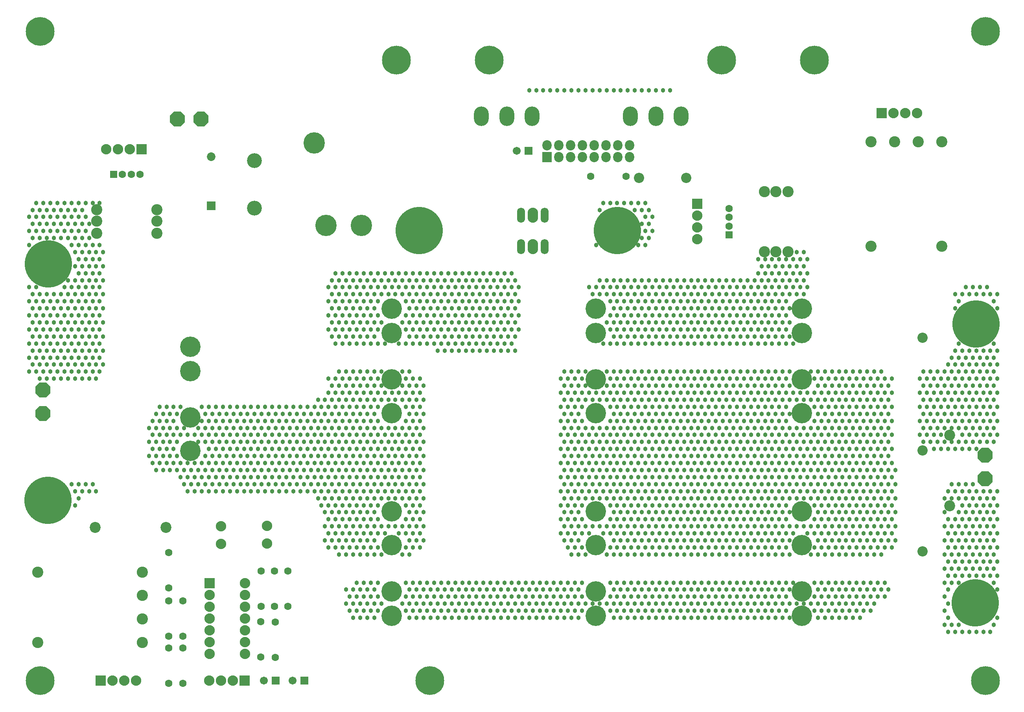
<source format=gbs>
G04*
G04 #@! TF.GenerationSoftware,Altium Limited,Altium Designer,22.5.1 (42)*
G04*
G04 Layer_Color=16711935*
%FSLAX44Y44*%
%MOMM*%
G71*
G04*
G04 #@! TF.SameCoordinates,C796FD1A-AD25-48EF-AA2C-5B7F1B644D0D*
G04*
G04*
G04 #@! TF.FilePolarity,Negative*
G04*
G01*
G75*
%ADD20O,3.2032X4.2032*%
%ADD21C,3.2032*%
%ADD22C,4.6032*%
%ADD23C,2.2352*%
%ADD24O,2.2352X3.2512*%
%ADD25O,1.7032X3.2512*%
%ADD26R,2.2352X2.2352*%
%ADD27R,2.2352X2.2352*%
%ADD28C,2.3622*%
%ADD29P,3.5191X8X112.5*%
%ADD30P,3.5191X8X202.5*%
%ADD31C,2.2098*%
%ADD32O,2.0032X2.2032*%
%ADD33R,2.0032X2.2032*%
%ADD34C,6.2032*%
%ADD35C,2.4032*%
%ADD36C,1.6032*%
%ADD37R,1.6032X1.6032*%
%ADD38R,1.6032X1.6032*%
%ADD39C,2.2032*%
%ADD40C,10.2032*%
%ADD41R,1.7032X1.7032*%
%ADD42C,1.7032*%
%ADD43C,4.4032*%
%ADD44R,1.8532X1.8532*%
%ADD45C,1.8532*%
%ADD46C,0.9652*%
D20*
X-14478Y-76979D02*
D03*
X-123698D02*
D03*
X-69088D02*
D03*
X-390144D02*
D03*
X-444754D02*
D03*
X-335534D02*
D03*
D21*
X-933757Y-274964D02*
D03*
Y-172964D02*
D03*
D22*
X-779754Y-312964D02*
D03*
X-702759D02*
D03*
X-805157Y-134961D02*
D03*
D23*
X-1005737Y-961034D02*
D03*
Y-999134D02*
D03*
X-906737Y-959934D02*
D03*
Y-998034D02*
D03*
X-1029737Y-1109234D02*
D03*
Y-1134634D02*
D03*
Y-1160034D02*
D03*
Y-1185434D02*
D03*
Y-1210834D02*
D03*
Y-1236234D02*
D03*
X-953537D02*
D03*
Y-1210834D02*
D03*
Y-1185434D02*
D03*
Y-1160034D02*
D03*
Y-1134634D02*
D03*
Y-1109234D02*
D03*
Y-1083834D02*
D03*
X-1187937Y-1293996D02*
D03*
X-1213337D02*
D03*
X-1238737D02*
D03*
X493463Y-70034D02*
D03*
X468063D02*
D03*
X442663D02*
D03*
X-1252777Y-147954D02*
D03*
X-1227377D02*
D03*
X-1201977D02*
D03*
X20263Y-341834D02*
D03*
Y-316434D02*
D03*
Y-291034D02*
D03*
X-1030537Y-1294034D02*
D03*
X-1005137D02*
D03*
X-979737D02*
D03*
D24*
X-333837Y-358004D02*
D03*
Y-290694D02*
D03*
D25*
X-308437Y-358004D02*
D03*
X-359237D02*
D03*
X-308437Y-290694D02*
D03*
X-359237D02*
D03*
D26*
X-1029737Y-1083834D02*
D03*
X-1264137Y-1293996D02*
D03*
X417263Y-70034D02*
D03*
X-1176577Y-147954D02*
D03*
X-954337Y-1294034D02*
D03*
D27*
X20263Y-265634D02*
D03*
D28*
X563263Y-764634D02*
D03*
Y-917034D02*
D03*
X-1124337Y-964034D02*
D03*
X-1276737D02*
D03*
D29*
X-1388857Y-667124D02*
D03*
Y-717924D02*
D03*
X639263Y-858834D02*
D03*
Y-808034D02*
D03*
D30*
X-1099737Y-83034D02*
D03*
X-1048937D02*
D03*
D31*
X-4137Y-210034D02*
D03*
X-105737D02*
D03*
D32*
X-150937Y-165034D02*
D03*
X-176337D02*
D03*
X-150937Y-139634D02*
D03*
X-176337D02*
D03*
X-252537Y-165034D02*
D03*
X-227137D02*
D03*
Y-139634D02*
D03*
X-252537D02*
D03*
X-125537D02*
D03*
Y-165034D02*
D03*
X-201737D02*
D03*
Y-139634D02*
D03*
X-277937D02*
D03*
Y-165034D02*
D03*
X-303337Y-139634D02*
D03*
D33*
Y-165034D02*
D03*
D34*
X272288Y43925D02*
D03*
X-627737D02*
D03*
X72288D02*
D03*
X-427737Y43966D02*
D03*
X640263Y105966D02*
D03*
X-1394737D02*
D03*
X-555737Y-1293996D02*
D03*
X640263D02*
D03*
X-1394737D02*
D03*
D35*
X-1143557Y-329564D02*
D03*
Y-303564D02*
D03*
X-1272557Y-329564D02*
D03*
Y-303564D02*
D03*
Y-278564D02*
D03*
X-1143557D02*
D03*
X215263Y-240034D02*
D03*
X189263D02*
D03*
X215263Y-369034D02*
D03*
X189263D02*
D03*
X164263D02*
D03*
Y-240034D02*
D03*
X-1174737Y-1212034D02*
D03*
Y-1161234D02*
D03*
Y-1110434D02*
D03*
X-1399737Y-1212034D02*
D03*
Y-1060034D02*
D03*
X-1174737D02*
D03*
X394263Y-132034D02*
D03*
Y-357034D02*
D03*
X546263D02*
D03*
X444663Y-132034D02*
D03*
X495463D02*
D03*
X546263D02*
D03*
D36*
X-1179557Y-202564D02*
D03*
X-1217557D02*
D03*
X-1198557D02*
D03*
X88263Y-276034D02*
D03*
Y-314034D02*
D03*
Y-295034D02*
D03*
X-1087737Y-1198134D02*
D03*
Y-1121934D02*
D03*
X-133737Y-207034D02*
D03*
X-209937D02*
D03*
X-1117737Y-1121934D02*
D03*
Y-1198134D02*
D03*
Y-1017934D02*
D03*
Y-1094134D02*
D03*
Y-1223934D02*
D03*
Y-1300134D02*
D03*
X-1087737Y-1223934D02*
D03*
Y-1300134D02*
D03*
X-861737Y-1057934D02*
D03*
Y-1134134D02*
D03*
X-918737Y-1057934D02*
D03*
Y-1134134D02*
D03*
X-890237D02*
D03*
Y-1057934D02*
D03*
X-919737Y-1166934D02*
D03*
Y-1243134D02*
D03*
X-888737Y-1244134D02*
D03*
Y-1167934D02*
D03*
D37*
X-1236557Y-202564D02*
D03*
D38*
X88263Y-333034D02*
D03*
D39*
X505263Y-555034D02*
D03*
Y-1015034D02*
D03*
X505263Y-798034D02*
D03*
D40*
X620123Y-525034D02*
D03*
X-1377247Y-395344D02*
D03*
X618853Y-1125784D02*
D03*
X-1377737Y-905034D02*
D03*
X-578947Y-323804D02*
D03*
X-152227D02*
D03*
D41*
X-887337Y-1294034D02*
D03*
X-826337Y-1293996D02*
D03*
X-343737Y-152034D02*
D03*
D42*
X-912737Y-1294034D02*
D03*
X-851737Y-1293996D02*
D03*
X-369137Y-152034D02*
D03*
D43*
X-1071357Y-626484D02*
D03*
Y-726484D02*
D03*
Y-574084D02*
D03*
Y-798874D02*
D03*
X244991Y-1101404D02*
D03*
Y-1001404D02*
D03*
Y-1153804D02*
D03*
Y-929014D02*
D03*
X-198493D02*
D03*
Y-1153804D02*
D03*
Y-1001404D02*
D03*
Y-1101404D02*
D03*
X-637659D02*
D03*
Y-1001404D02*
D03*
Y-1153804D02*
D03*
Y-929014D02*
D03*
X244991Y-716832D02*
D03*
Y-492042D02*
D03*
Y-644442D02*
D03*
Y-544442D02*
D03*
X-198493D02*
D03*
Y-644442D02*
D03*
Y-492042D02*
D03*
Y-716832D02*
D03*
X-637659D02*
D03*
Y-492042D02*
D03*
Y-644442D02*
D03*
Y-544442D02*
D03*
D44*
X-1026467Y-270414D02*
D03*
D45*
Y-164414D02*
D03*
D46*
X666222Y-461035D02*
D03*
Y-491355D02*
D03*
Y-582315D02*
D03*
Y-612635D02*
D03*
Y-642955D02*
D03*
Y-673275D02*
D03*
Y-703595D02*
D03*
Y-733915D02*
D03*
Y-764235D02*
D03*
X651062Y-461035D02*
D03*
X658642Y-476195D02*
D03*
Y-567155D02*
D03*
X651062Y-582315D02*
D03*
X658642Y-597475D02*
D03*
X651062Y-612635D02*
D03*
X658642Y-627795D02*
D03*
X651062Y-642955D02*
D03*
X658642Y-658115D02*
D03*
X651062Y-673275D02*
D03*
X658642Y-688435D02*
D03*
X651062Y-703595D02*
D03*
X658642Y-718755D02*
D03*
X651062Y-733915D02*
D03*
X658642Y-749075D02*
D03*
X651062Y-764235D02*
D03*
X658642Y-779395D02*
D03*
X643482Y-445875D02*
D03*
X635902Y-461035D02*
D03*
Y-582315D02*
D03*
X643482Y-597475D02*
D03*
X635902Y-612635D02*
D03*
X643482Y-627795D02*
D03*
X635902Y-642955D02*
D03*
X643482Y-658115D02*
D03*
X635902Y-673275D02*
D03*
X643482Y-688435D02*
D03*
X635902Y-703595D02*
D03*
X643482Y-718755D02*
D03*
X635902Y-733915D02*
D03*
X643482Y-749075D02*
D03*
X635902Y-764235D02*
D03*
X643482Y-779395D02*
D03*
X628322Y-445875D02*
D03*
X620742Y-461035D02*
D03*
Y-582315D02*
D03*
X628322Y-597475D02*
D03*
X620742Y-612635D02*
D03*
X628322Y-627795D02*
D03*
X620742Y-642955D02*
D03*
X628322Y-658115D02*
D03*
X620742Y-673275D02*
D03*
X628322Y-688435D02*
D03*
X620742Y-703595D02*
D03*
X628322Y-718755D02*
D03*
X620742Y-733915D02*
D03*
X628322Y-749075D02*
D03*
X620742Y-764235D02*
D03*
X628322Y-779395D02*
D03*
X620742Y-794555D02*
D03*
X613162Y-445875D02*
D03*
X605582Y-461035D02*
D03*
Y-582315D02*
D03*
X613162Y-597475D02*
D03*
X605582Y-612635D02*
D03*
X613162Y-627795D02*
D03*
X605582Y-642955D02*
D03*
X613162Y-658115D02*
D03*
X605582Y-673275D02*
D03*
X613162Y-688435D02*
D03*
X605582Y-703595D02*
D03*
X613162Y-718755D02*
D03*
X605582Y-733915D02*
D03*
X613162Y-749075D02*
D03*
X605582Y-764235D02*
D03*
X613162Y-779395D02*
D03*
X605582Y-794555D02*
D03*
X598002Y-445875D02*
D03*
X590422Y-461035D02*
D03*
Y-582315D02*
D03*
X598002Y-597475D02*
D03*
X590422Y-612635D02*
D03*
X598002Y-627795D02*
D03*
X590422Y-642955D02*
D03*
X598002Y-658115D02*
D03*
X590422Y-673275D02*
D03*
X598002Y-688435D02*
D03*
X590422Y-703595D02*
D03*
X598002Y-718755D02*
D03*
X590422Y-733915D02*
D03*
X598002Y-749075D02*
D03*
X590422Y-764235D02*
D03*
X598002Y-779395D02*
D03*
X590422Y-794555D02*
D03*
X575262Y-461035D02*
D03*
X582842Y-476195D02*
D03*
X575262Y-491355D02*
D03*
X582842Y-567155D02*
D03*
X575262Y-582315D02*
D03*
X582842Y-597475D02*
D03*
X575262Y-612635D02*
D03*
X582842Y-627795D02*
D03*
X575262Y-642955D02*
D03*
X582842Y-658115D02*
D03*
X575262Y-673275D02*
D03*
X582842Y-688435D02*
D03*
X575262Y-703595D02*
D03*
X582842Y-718755D02*
D03*
X575262Y-733915D02*
D03*
X582842Y-749075D02*
D03*
Y-779395D02*
D03*
X575262Y-794555D02*
D03*
X567682Y-597475D02*
D03*
X560102Y-612635D02*
D03*
X567682Y-627795D02*
D03*
X560102Y-642955D02*
D03*
X567682Y-658115D02*
D03*
X560102Y-673275D02*
D03*
X567682Y-688435D02*
D03*
X560102Y-703595D02*
D03*
X567682Y-718755D02*
D03*
X560102Y-733915D02*
D03*
X567682Y-749075D02*
D03*
Y-779395D02*
D03*
X560102Y-794555D02*
D03*
X552522Y-627795D02*
D03*
X544942Y-642955D02*
D03*
X552522Y-658115D02*
D03*
X544942Y-673275D02*
D03*
X552522Y-688435D02*
D03*
X544942Y-703595D02*
D03*
X552522Y-718755D02*
D03*
X544942Y-733915D02*
D03*
X552522Y-749075D02*
D03*
X544942Y-764235D02*
D03*
X552522Y-779395D02*
D03*
X544942Y-794555D02*
D03*
X537362Y-627795D02*
D03*
X529782Y-642955D02*
D03*
X537362Y-658115D02*
D03*
X529782Y-673275D02*
D03*
X537362Y-688435D02*
D03*
X529782Y-703595D02*
D03*
X537362Y-718755D02*
D03*
X529782Y-733915D02*
D03*
X537362Y-749075D02*
D03*
X529782Y-764235D02*
D03*
X537362Y-779395D02*
D03*
X529782Y-794555D02*
D03*
X522202Y-627795D02*
D03*
X514622Y-642955D02*
D03*
X522202Y-658115D02*
D03*
X514622Y-673275D02*
D03*
X522202Y-688435D02*
D03*
X514622Y-703595D02*
D03*
X522202Y-718755D02*
D03*
X514622Y-733915D02*
D03*
X522202Y-749075D02*
D03*
X514622Y-764235D02*
D03*
X522202Y-779395D02*
D03*
X507042Y-627795D02*
D03*
X499462Y-642955D02*
D03*
X507042Y-658115D02*
D03*
X499462Y-673275D02*
D03*
X507042Y-688435D02*
D03*
X499462Y-703595D02*
D03*
X507042Y-718755D02*
D03*
X499462Y-733915D02*
D03*
X507042Y-749075D02*
D03*
X499462Y-764235D02*
D03*
X507042Y-779395D02*
D03*
X666222Y-885515D02*
D03*
Y-915835D02*
D03*
Y-946155D02*
D03*
Y-976475D02*
D03*
Y-1006795D02*
D03*
Y-1037115D02*
D03*
Y-1067434D02*
D03*
Y-1097755D02*
D03*
Y-1158394D02*
D03*
X651062Y-885515D02*
D03*
X658642Y-900675D02*
D03*
X651062Y-915835D02*
D03*
X658642Y-930995D02*
D03*
X651062Y-946155D02*
D03*
X658642Y-961315D02*
D03*
X651062Y-976475D02*
D03*
X658642Y-991635D02*
D03*
X651062Y-1006795D02*
D03*
X658642Y-1021955D02*
D03*
X651062Y-1037115D02*
D03*
X658642Y-1052275D02*
D03*
X651062Y-1067434D02*
D03*
X658642Y-1082595D02*
D03*
Y-1173555D02*
D03*
X651062Y-1188715D02*
D03*
X635902Y-885515D02*
D03*
X643482Y-900675D02*
D03*
X635902Y-915835D02*
D03*
X643482Y-930995D02*
D03*
X635902Y-946155D02*
D03*
X643482Y-961315D02*
D03*
X635902Y-976475D02*
D03*
X643482Y-991635D02*
D03*
X635902Y-1006795D02*
D03*
X643482Y-1021955D02*
D03*
X635902Y-1037115D02*
D03*
X643482Y-1052275D02*
D03*
X635902Y-1067434D02*
D03*
Y-1188715D02*
D03*
X620742Y-885515D02*
D03*
X628322Y-900675D02*
D03*
X620742Y-915835D02*
D03*
X628322Y-930995D02*
D03*
X620742Y-946155D02*
D03*
X628322Y-961315D02*
D03*
X620742Y-976475D02*
D03*
X628322Y-991635D02*
D03*
X620742Y-1006795D02*
D03*
X628322Y-1021955D02*
D03*
X620742Y-1037115D02*
D03*
X628322Y-1052275D02*
D03*
X620742Y-1067434D02*
D03*
Y-1188715D02*
D03*
X613162Y-870355D02*
D03*
X605582Y-885515D02*
D03*
X613162Y-900675D02*
D03*
X605582Y-915835D02*
D03*
X613162Y-930995D02*
D03*
X605582Y-946155D02*
D03*
X613162Y-961315D02*
D03*
X605582Y-976475D02*
D03*
X613162Y-991635D02*
D03*
X605582Y-1006795D02*
D03*
X613162Y-1021955D02*
D03*
X605582Y-1037115D02*
D03*
X613162Y-1052275D02*
D03*
X605582Y-1067434D02*
D03*
Y-1188715D02*
D03*
X598002Y-870355D02*
D03*
X590422Y-885515D02*
D03*
X598002Y-900675D02*
D03*
X590422Y-915835D02*
D03*
X598002Y-930995D02*
D03*
X590422Y-946155D02*
D03*
X598002Y-961315D02*
D03*
X590422Y-976475D02*
D03*
X598002Y-991635D02*
D03*
X590422Y-1006795D02*
D03*
X598002Y-1021955D02*
D03*
X590422Y-1037115D02*
D03*
X598002Y-1052275D02*
D03*
X590422Y-1067434D02*
D03*
Y-1188715D02*
D03*
X582842Y-870355D02*
D03*
X575262Y-885515D02*
D03*
X582842Y-900675D02*
D03*
Y-930995D02*
D03*
X575262Y-946155D02*
D03*
X582842Y-961315D02*
D03*
X575262Y-976475D02*
D03*
X582842Y-991635D02*
D03*
X575262Y-1006795D02*
D03*
X582842Y-1021955D02*
D03*
X575262Y-1037115D02*
D03*
X582842Y-1052275D02*
D03*
X575262Y-1067434D02*
D03*
X582842Y-1082595D02*
D03*
Y-1173555D02*
D03*
X575262Y-1188715D02*
D03*
X567682Y-870355D02*
D03*
X560102Y-885515D02*
D03*
X567682Y-900675D02*
D03*
X560102Y-946155D02*
D03*
X567682Y-961315D02*
D03*
X560102Y-976475D02*
D03*
X567682Y-991635D02*
D03*
X560102Y-1006795D02*
D03*
X567682Y-1021955D02*
D03*
X560102Y-1037115D02*
D03*
X567682Y-1052275D02*
D03*
X560102Y-1067434D02*
D03*
X567682Y-1082595D02*
D03*
X560102Y-1097755D02*
D03*
Y-1128074D02*
D03*
Y-1158394D02*
D03*
X567682Y-1173555D02*
D03*
X560102Y-1188715D02*
D03*
X552522Y-900675D02*
D03*
Y-930995D02*
D03*
Y-961315D02*
D03*
Y-991635D02*
D03*
Y-1021955D02*
D03*
Y-1052275D02*
D03*
Y-1082595D02*
D03*
Y-1112915D02*
D03*
Y-1143234D02*
D03*
Y-1173555D02*
D03*
X438822Y-642955D02*
D03*
Y-673275D02*
D03*
Y-703595D02*
D03*
Y-733915D02*
D03*
Y-764235D02*
D03*
Y-794555D02*
D03*
Y-824875D02*
D03*
X446402Y-840035D02*
D03*
X438822Y-855195D02*
D03*
X446402Y-870355D02*
D03*
X438822Y-885515D02*
D03*
X446402Y-900675D02*
D03*
X438822Y-915835D02*
D03*
X446402Y-930995D02*
D03*
X438822Y-946155D02*
D03*
X446402Y-961315D02*
D03*
X438822Y-976475D02*
D03*
X446402Y-991635D02*
D03*
X438822Y-1006795D02*
D03*
X423662Y-642955D02*
D03*
X431242Y-658115D02*
D03*
X423662Y-673275D02*
D03*
X431242Y-688435D02*
D03*
X423662Y-703595D02*
D03*
X431242Y-718755D02*
D03*
X423662Y-733915D02*
D03*
X431242Y-749075D02*
D03*
X423662Y-764235D02*
D03*
X431242Y-779395D02*
D03*
X423662Y-794555D02*
D03*
X431242Y-809715D02*
D03*
X423662Y-824875D02*
D03*
X431242Y-840035D02*
D03*
X423662Y-855195D02*
D03*
X431242Y-870355D02*
D03*
X423662Y-885515D02*
D03*
X431242Y-900675D02*
D03*
X423662Y-915835D02*
D03*
X431242Y-930995D02*
D03*
X423662Y-946155D02*
D03*
X431242Y-961315D02*
D03*
X423662Y-976475D02*
D03*
X431242Y-991635D02*
D03*
X423662Y-1006795D02*
D03*
X416082Y-627795D02*
D03*
X408502Y-642955D02*
D03*
X416082Y-658115D02*
D03*
X408502Y-673275D02*
D03*
X416082Y-688435D02*
D03*
X408502Y-703595D02*
D03*
X416082Y-718755D02*
D03*
X408502Y-733915D02*
D03*
X416082Y-749075D02*
D03*
X408502Y-764235D02*
D03*
X416082Y-779395D02*
D03*
X408502Y-794555D02*
D03*
X416082Y-809715D02*
D03*
X408502Y-824875D02*
D03*
X416082Y-840035D02*
D03*
X408502Y-855195D02*
D03*
X416082Y-870355D02*
D03*
X408502Y-885515D02*
D03*
X416082Y-900675D02*
D03*
X408502Y-915835D02*
D03*
X416082Y-930995D02*
D03*
X408502Y-946155D02*
D03*
X416082Y-961315D02*
D03*
X408502Y-976475D02*
D03*
X416082Y-991635D02*
D03*
X408502Y-1006795D02*
D03*
X416082Y-1021955D02*
D03*
X400922Y-627795D02*
D03*
X393342Y-642955D02*
D03*
X400922Y-658115D02*
D03*
X393342Y-673275D02*
D03*
X400922Y-688435D02*
D03*
X393342Y-703595D02*
D03*
X400922Y-718755D02*
D03*
X393342Y-733915D02*
D03*
X400922Y-749075D02*
D03*
X393342Y-764235D02*
D03*
X400922Y-779395D02*
D03*
X393342Y-794555D02*
D03*
X400922Y-809715D02*
D03*
X393342Y-824875D02*
D03*
X400922Y-840035D02*
D03*
X393342Y-855195D02*
D03*
X400922Y-870355D02*
D03*
X393342Y-885515D02*
D03*
X400922Y-900675D02*
D03*
X393342Y-915835D02*
D03*
X400922Y-930995D02*
D03*
X393342Y-946155D02*
D03*
X400922Y-961315D02*
D03*
X393342Y-976475D02*
D03*
X400922Y-991635D02*
D03*
X393342Y-1006795D02*
D03*
X400922Y-1021955D02*
D03*
X385762Y-627795D02*
D03*
X378182Y-642955D02*
D03*
X385762Y-658115D02*
D03*
X378182Y-673275D02*
D03*
X385762Y-688435D02*
D03*
X378182Y-703595D02*
D03*
X385762Y-718755D02*
D03*
X378182Y-733915D02*
D03*
X385762Y-749075D02*
D03*
X378182Y-764235D02*
D03*
X385762Y-779395D02*
D03*
X378182Y-794555D02*
D03*
X385762Y-809715D02*
D03*
X378182Y-824875D02*
D03*
X385762Y-840035D02*
D03*
X378182Y-855195D02*
D03*
X385762Y-870355D02*
D03*
X378182Y-885515D02*
D03*
X385762Y-900675D02*
D03*
X378182Y-915835D02*
D03*
X385762Y-930995D02*
D03*
X378182Y-946155D02*
D03*
X385762Y-961315D02*
D03*
X378182Y-976475D02*
D03*
X385762Y-991635D02*
D03*
X378182Y-1006795D02*
D03*
X385762Y-1021955D02*
D03*
X370602Y-627795D02*
D03*
X363022Y-642955D02*
D03*
X370602Y-658115D02*
D03*
X363022Y-673275D02*
D03*
X370602Y-688435D02*
D03*
X363022Y-703595D02*
D03*
X370602Y-718755D02*
D03*
X363022Y-733915D02*
D03*
X370602Y-749075D02*
D03*
X363022Y-764235D02*
D03*
X370602Y-779395D02*
D03*
X363022Y-794555D02*
D03*
X370602Y-809715D02*
D03*
X363022Y-824875D02*
D03*
X370602Y-840035D02*
D03*
X363022Y-855195D02*
D03*
X370602Y-870355D02*
D03*
X363022Y-885515D02*
D03*
X370602Y-900675D02*
D03*
X363022Y-915835D02*
D03*
X370602Y-930995D02*
D03*
X363022Y-946155D02*
D03*
X370602Y-961315D02*
D03*
X363022Y-976475D02*
D03*
X370602Y-991635D02*
D03*
X363022Y-1006795D02*
D03*
X370602Y-1021955D02*
D03*
X355442Y-627795D02*
D03*
X347862Y-642955D02*
D03*
X355442Y-658115D02*
D03*
X347862Y-673275D02*
D03*
X355442Y-688435D02*
D03*
X347862Y-703595D02*
D03*
X355442Y-718755D02*
D03*
X347862Y-733915D02*
D03*
X355442Y-749075D02*
D03*
X347862Y-764235D02*
D03*
X355442Y-779395D02*
D03*
X347862Y-794555D02*
D03*
X355442Y-809715D02*
D03*
X347862Y-824875D02*
D03*
X355442Y-840035D02*
D03*
X347862Y-855195D02*
D03*
X355442Y-870355D02*
D03*
X347862Y-885515D02*
D03*
X355442Y-900675D02*
D03*
X347862Y-915835D02*
D03*
X355442Y-930995D02*
D03*
X347862Y-946155D02*
D03*
X355442Y-961315D02*
D03*
X347862Y-976475D02*
D03*
X355442Y-991635D02*
D03*
X347862Y-1006795D02*
D03*
X355442Y-1021955D02*
D03*
X340282Y-627795D02*
D03*
X332702Y-642955D02*
D03*
X340282Y-658115D02*
D03*
X332702Y-673275D02*
D03*
X340282Y-688435D02*
D03*
X332702Y-703595D02*
D03*
X340282Y-718755D02*
D03*
X332702Y-733915D02*
D03*
X340282Y-749075D02*
D03*
X332702Y-764235D02*
D03*
X340282Y-779395D02*
D03*
X332702Y-794555D02*
D03*
X340282Y-809715D02*
D03*
X332702Y-824875D02*
D03*
X340282Y-840035D02*
D03*
X332702Y-855195D02*
D03*
X340282Y-870355D02*
D03*
X332702Y-885515D02*
D03*
X340282Y-900675D02*
D03*
X332702Y-915835D02*
D03*
X340282Y-930995D02*
D03*
X332702Y-946155D02*
D03*
X340282Y-961315D02*
D03*
X332702Y-976475D02*
D03*
X340282Y-991635D02*
D03*
X332702Y-1006795D02*
D03*
X340282Y-1021955D02*
D03*
X325122Y-627795D02*
D03*
X317542Y-642955D02*
D03*
X325122Y-658115D02*
D03*
X317542Y-673275D02*
D03*
X325122Y-688435D02*
D03*
X317542Y-703595D02*
D03*
X325122Y-718755D02*
D03*
X317542Y-733915D02*
D03*
X325122Y-749075D02*
D03*
X317542Y-764235D02*
D03*
X325122Y-779395D02*
D03*
X317542Y-794555D02*
D03*
X325122Y-809715D02*
D03*
X317542Y-824875D02*
D03*
X325122Y-840035D02*
D03*
X317542Y-855195D02*
D03*
X325122Y-870355D02*
D03*
X317542Y-885515D02*
D03*
X325122Y-900675D02*
D03*
X317542Y-915835D02*
D03*
X325122Y-930995D02*
D03*
X317542Y-946155D02*
D03*
X325122Y-961315D02*
D03*
X317542Y-976475D02*
D03*
X325122Y-991635D02*
D03*
X317542Y-1006795D02*
D03*
X325122Y-1021955D02*
D03*
X309962Y-627795D02*
D03*
X302382Y-642955D02*
D03*
X309962Y-658115D02*
D03*
X302382Y-673275D02*
D03*
X309962Y-688435D02*
D03*
X302382Y-703595D02*
D03*
X309962Y-718755D02*
D03*
X302382Y-733915D02*
D03*
X309962Y-749075D02*
D03*
X302382Y-764235D02*
D03*
X309962Y-779395D02*
D03*
X302382Y-794555D02*
D03*
X309962Y-809715D02*
D03*
X302382Y-824875D02*
D03*
X309962Y-840035D02*
D03*
X302382Y-855195D02*
D03*
X309962Y-870355D02*
D03*
X302382Y-885515D02*
D03*
X309962Y-900675D02*
D03*
X302382Y-915835D02*
D03*
X309962Y-930995D02*
D03*
X302382Y-946155D02*
D03*
X309962Y-961315D02*
D03*
X302382Y-976475D02*
D03*
X309962Y-991635D02*
D03*
X302382Y-1006795D02*
D03*
X309962Y-1021955D02*
D03*
X294802Y-627795D02*
D03*
X287222Y-642955D02*
D03*
X294802Y-658115D02*
D03*
X287222Y-673275D02*
D03*
X294802Y-688435D02*
D03*
X287222Y-703595D02*
D03*
X294802Y-718755D02*
D03*
X287222Y-733915D02*
D03*
X294802Y-749075D02*
D03*
X287222Y-764235D02*
D03*
X294802Y-779395D02*
D03*
X287222Y-794555D02*
D03*
X294802Y-809715D02*
D03*
X287222Y-824875D02*
D03*
X294802Y-840035D02*
D03*
X287222Y-855195D02*
D03*
X294802Y-870355D02*
D03*
X287222Y-885515D02*
D03*
X294802Y-900675D02*
D03*
X287222Y-915835D02*
D03*
X294802Y-930995D02*
D03*
X287222Y-946155D02*
D03*
X294802Y-961315D02*
D03*
X287222Y-976475D02*
D03*
X294802Y-991635D02*
D03*
X287222Y-1006795D02*
D03*
X294802Y-1021955D02*
D03*
X279642Y-627795D02*
D03*
X272062Y-642955D02*
D03*
X279642Y-658115D02*
D03*
X272062Y-673275D02*
D03*
X279642Y-688435D02*
D03*
X272062Y-703595D02*
D03*
X279642Y-718755D02*
D03*
X272062Y-733915D02*
D03*
X279642Y-749075D02*
D03*
X272062Y-764235D02*
D03*
X279642Y-779395D02*
D03*
X272062Y-794555D02*
D03*
X279642Y-809715D02*
D03*
X272062Y-824875D02*
D03*
X279642Y-840035D02*
D03*
X272062Y-855195D02*
D03*
X279642Y-870355D02*
D03*
X272062Y-885515D02*
D03*
X279642Y-900675D02*
D03*
X272062Y-915835D02*
D03*
X279642Y-930995D02*
D03*
X272062Y-946155D02*
D03*
X279642Y-961315D02*
D03*
X272062Y-976475D02*
D03*
X279642Y-991635D02*
D03*
X272062Y-1006795D02*
D03*
X279642Y-1021955D02*
D03*
X264482Y-627795D02*
D03*
X256902Y-673275D02*
D03*
X264482Y-688435D02*
D03*
Y-749075D02*
D03*
X256902Y-764235D02*
D03*
X264482Y-779395D02*
D03*
X256902Y-794555D02*
D03*
X264482Y-809715D02*
D03*
X256902Y-824875D02*
D03*
X264482Y-840035D02*
D03*
X256902Y-855195D02*
D03*
X264482Y-870355D02*
D03*
X256902Y-885515D02*
D03*
X264482Y-900675D02*
D03*
Y-961315D02*
D03*
X256902Y-976475D02*
D03*
X264482Y-1021955D02*
D03*
X241742Y-673275D02*
D03*
X249322Y-688435D02*
D03*
Y-749075D02*
D03*
X241742Y-764235D02*
D03*
X249322Y-779395D02*
D03*
X241742Y-794555D02*
D03*
X249322Y-809715D02*
D03*
X241742Y-824875D02*
D03*
X249322Y-840035D02*
D03*
X241742Y-855195D02*
D03*
X249322Y-870355D02*
D03*
X241742Y-885515D02*
D03*
X249322Y-900675D02*
D03*
Y-961315D02*
D03*
X226582Y-673275D02*
D03*
X234162Y-688435D02*
D03*
Y-749075D02*
D03*
X226582Y-764235D02*
D03*
X234162Y-779395D02*
D03*
X226582Y-794555D02*
D03*
X234162Y-809715D02*
D03*
X226582Y-824875D02*
D03*
X234162Y-840035D02*
D03*
X226582Y-855195D02*
D03*
X234162Y-870355D02*
D03*
X226582Y-885515D02*
D03*
X234162Y-900675D02*
D03*
Y-961315D02*
D03*
X226582Y-976475D02*
D03*
X219002Y-627795D02*
D03*
X211422Y-642955D02*
D03*
X219002Y-658115D02*
D03*
X211422Y-673275D02*
D03*
X219002Y-688435D02*
D03*
X211422Y-703595D02*
D03*
X219002Y-718755D02*
D03*
X211422Y-733915D02*
D03*
X219002Y-749075D02*
D03*
X211422Y-764235D02*
D03*
X219002Y-779395D02*
D03*
X211422Y-794555D02*
D03*
X219002Y-809715D02*
D03*
X211422Y-824875D02*
D03*
X219002Y-840035D02*
D03*
X211422Y-855195D02*
D03*
X219002Y-870355D02*
D03*
X211422Y-885515D02*
D03*
X219002Y-900675D02*
D03*
X211422Y-915835D02*
D03*
X219002Y-930995D02*
D03*
X211422Y-946155D02*
D03*
X219002Y-961315D02*
D03*
X211422Y-976475D02*
D03*
X219002Y-991635D02*
D03*
X211422Y-1006795D02*
D03*
X219002Y-1021955D02*
D03*
X203842Y-627795D02*
D03*
X196262Y-642955D02*
D03*
X203842Y-658115D02*
D03*
X196262Y-673275D02*
D03*
X203842Y-688435D02*
D03*
X196262Y-703595D02*
D03*
X203842Y-718755D02*
D03*
X196262Y-733915D02*
D03*
X203842Y-749075D02*
D03*
X196262Y-764235D02*
D03*
X203842Y-779395D02*
D03*
X196262Y-794555D02*
D03*
X203842Y-809715D02*
D03*
X196262Y-824875D02*
D03*
X203842Y-840035D02*
D03*
X196262Y-855195D02*
D03*
X203842Y-870355D02*
D03*
X196262Y-885515D02*
D03*
X203842Y-900675D02*
D03*
X196262Y-915835D02*
D03*
X203842Y-930995D02*
D03*
X196262Y-946155D02*
D03*
X203842Y-961315D02*
D03*
X196262Y-976475D02*
D03*
X203842Y-991635D02*
D03*
X196262Y-1006795D02*
D03*
X203842Y-1021955D02*
D03*
X188682Y-627795D02*
D03*
X181102Y-642955D02*
D03*
X188682Y-658115D02*
D03*
X181102Y-673275D02*
D03*
X188682Y-688435D02*
D03*
X181102Y-703595D02*
D03*
X188682Y-718755D02*
D03*
X181102Y-733915D02*
D03*
X188682Y-749075D02*
D03*
X181102Y-764235D02*
D03*
X188682Y-779395D02*
D03*
X181102Y-794555D02*
D03*
X188682Y-809715D02*
D03*
X181102Y-824875D02*
D03*
X188682Y-840035D02*
D03*
X181102Y-855195D02*
D03*
X188682Y-870355D02*
D03*
X181102Y-885515D02*
D03*
X188682Y-900675D02*
D03*
X181102Y-915835D02*
D03*
X188682Y-930995D02*
D03*
X181102Y-946155D02*
D03*
X188682Y-961315D02*
D03*
X181102Y-976475D02*
D03*
X188682Y-991635D02*
D03*
X181102Y-1006795D02*
D03*
X188682Y-1021955D02*
D03*
X173522Y-627795D02*
D03*
X165942Y-642955D02*
D03*
X173522Y-658115D02*
D03*
X165942Y-673275D02*
D03*
X173522Y-688435D02*
D03*
X165942Y-703595D02*
D03*
X173522Y-718755D02*
D03*
X165942Y-733915D02*
D03*
X173522Y-749075D02*
D03*
X165942Y-764235D02*
D03*
X173522Y-779395D02*
D03*
X165942Y-794555D02*
D03*
X173522Y-809715D02*
D03*
X165942Y-824875D02*
D03*
X173522Y-840035D02*
D03*
X165942Y-855195D02*
D03*
X173522Y-870355D02*
D03*
X165942Y-885515D02*
D03*
X173522Y-900675D02*
D03*
X165942Y-915835D02*
D03*
X173522Y-930995D02*
D03*
X165942Y-946155D02*
D03*
X173522Y-961315D02*
D03*
X165942Y-976475D02*
D03*
X173522Y-991635D02*
D03*
X165942Y-1006795D02*
D03*
X173522Y-1021955D02*
D03*
X158362Y-627795D02*
D03*
X150782Y-642955D02*
D03*
X158362Y-658115D02*
D03*
X150782Y-673275D02*
D03*
X158362Y-688435D02*
D03*
X150782Y-703595D02*
D03*
X158362Y-718755D02*
D03*
X150782Y-733915D02*
D03*
X158362Y-749075D02*
D03*
X150782Y-764235D02*
D03*
X158362Y-779395D02*
D03*
X150782Y-794555D02*
D03*
X158362Y-809715D02*
D03*
X150782Y-824875D02*
D03*
X158362Y-840035D02*
D03*
X150782Y-855195D02*
D03*
X158362Y-870355D02*
D03*
X150782Y-885515D02*
D03*
X158362Y-900675D02*
D03*
X150782Y-915835D02*
D03*
X158362Y-930995D02*
D03*
X150782Y-946155D02*
D03*
X158362Y-961315D02*
D03*
X150782Y-976475D02*
D03*
X158362Y-991635D02*
D03*
X150782Y-1006795D02*
D03*
X158362Y-1021955D02*
D03*
X143202Y-627795D02*
D03*
X135622Y-642955D02*
D03*
X143202Y-658115D02*
D03*
X135622Y-673275D02*
D03*
X143202Y-688435D02*
D03*
X135622Y-703595D02*
D03*
X143202Y-718755D02*
D03*
X135622Y-733915D02*
D03*
X143202Y-749075D02*
D03*
X135622Y-764235D02*
D03*
X143202Y-779395D02*
D03*
X135622Y-794555D02*
D03*
X143202Y-809715D02*
D03*
X135622Y-824875D02*
D03*
X143202Y-840035D02*
D03*
X135622Y-855195D02*
D03*
X143202Y-870355D02*
D03*
X135622Y-885515D02*
D03*
X143202Y-900675D02*
D03*
X135622Y-915835D02*
D03*
X143202Y-930995D02*
D03*
X135622Y-946155D02*
D03*
X143202Y-961315D02*
D03*
X135622Y-976475D02*
D03*
X143202Y-991635D02*
D03*
X135622Y-1006795D02*
D03*
X143202Y-1021955D02*
D03*
X128042Y-627795D02*
D03*
X120462Y-642955D02*
D03*
X128042Y-658115D02*
D03*
X120462Y-673275D02*
D03*
X128042Y-688435D02*
D03*
X120462Y-703595D02*
D03*
X128042Y-718755D02*
D03*
X120462Y-733915D02*
D03*
X128042Y-749075D02*
D03*
X120462Y-764235D02*
D03*
X128042Y-779395D02*
D03*
X120462Y-794555D02*
D03*
X128042Y-809715D02*
D03*
X120462Y-824875D02*
D03*
X128042Y-840035D02*
D03*
X120462Y-855195D02*
D03*
X128042Y-870355D02*
D03*
X120462Y-885515D02*
D03*
X128042Y-900675D02*
D03*
X120462Y-915835D02*
D03*
X128042Y-930995D02*
D03*
X120462Y-946155D02*
D03*
X128042Y-961315D02*
D03*
X120462Y-976475D02*
D03*
X128042Y-991635D02*
D03*
X120462Y-1006795D02*
D03*
X128042Y-1021955D02*
D03*
X112882Y-627795D02*
D03*
X105302Y-642955D02*
D03*
X112882Y-658115D02*
D03*
X105302Y-673275D02*
D03*
X112882Y-688435D02*
D03*
X105302Y-703595D02*
D03*
X112882Y-718755D02*
D03*
X105302Y-733915D02*
D03*
X112882Y-749075D02*
D03*
X105302Y-764235D02*
D03*
X112882Y-779395D02*
D03*
X105302Y-794555D02*
D03*
X112882Y-809715D02*
D03*
X105302Y-824875D02*
D03*
X112882Y-840035D02*
D03*
X105302Y-855195D02*
D03*
X112882Y-870355D02*
D03*
X105302Y-885515D02*
D03*
X112882Y-900675D02*
D03*
X105302Y-915835D02*
D03*
X112882Y-930995D02*
D03*
X105302Y-946155D02*
D03*
X112882Y-961315D02*
D03*
X105302Y-976475D02*
D03*
X112882Y-991635D02*
D03*
X105302Y-1006795D02*
D03*
X112882Y-1021955D02*
D03*
X97722Y-627795D02*
D03*
X90142Y-642955D02*
D03*
X97722Y-658115D02*
D03*
X90142Y-673275D02*
D03*
X97722Y-688435D02*
D03*
X90142Y-703595D02*
D03*
X97722Y-718755D02*
D03*
X90142Y-733915D02*
D03*
X97722Y-749075D02*
D03*
X90142Y-764235D02*
D03*
X97722Y-779395D02*
D03*
X90142Y-794555D02*
D03*
X97722Y-809715D02*
D03*
X90142Y-824875D02*
D03*
X97722Y-840035D02*
D03*
X90142Y-855195D02*
D03*
X97722Y-870355D02*
D03*
X90142Y-885515D02*
D03*
X97722Y-900675D02*
D03*
X90142Y-915835D02*
D03*
X97722Y-930995D02*
D03*
X90142Y-946155D02*
D03*
X97722Y-961315D02*
D03*
X90142Y-976475D02*
D03*
X97722Y-991635D02*
D03*
X90142Y-1006795D02*
D03*
X97722Y-1021955D02*
D03*
X82562Y-627795D02*
D03*
X74982Y-642955D02*
D03*
X82562Y-658115D02*
D03*
X74982Y-673275D02*
D03*
X82562Y-688435D02*
D03*
X74982Y-703595D02*
D03*
X82562Y-718755D02*
D03*
X74982Y-733915D02*
D03*
X82562Y-749075D02*
D03*
X74982Y-764235D02*
D03*
X82562Y-779395D02*
D03*
X74982Y-794555D02*
D03*
X82562Y-809715D02*
D03*
X74982Y-824875D02*
D03*
X82562Y-840035D02*
D03*
X74982Y-855195D02*
D03*
X82562Y-870355D02*
D03*
X74982Y-885515D02*
D03*
X82562Y-900675D02*
D03*
X74982Y-915835D02*
D03*
X82562Y-930995D02*
D03*
X74982Y-946155D02*
D03*
X82562Y-961315D02*
D03*
X74982Y-976475D02*
D03*
X82562Y-991635D02*
D03*
X74982Y-1006795D02*
D03*
X82562Y-1021955D02*
D03*
X67402Y-627795D02*
D03*
X59822Y-642955D02*
D03*
X67402Y-658115D02*
D03*
X59822Y-673275D02*
D03*
X67402Y-688435D02*
D03*
X59822Y-703595D02*
D03*
X67402Y-718755D02*
D03*
X59822Y-733915D02*
D03*
X67402Y-749075D02*
D03*
X59822Y-764235D02*
D03*
X67402Y-779395D02*
D03*
X59822Y-794555D02*
D03*
X67402Y-809715D02*
D03*
X59822Y-824875D02*
D03*
X67402Y-840035D02*
D03*
X59822Y-855195D02*
D03*
X67402Y-870355D02*
D03*
X59822Y-885515D02*
D03*
X67402Y-900675D02*
D03*
X59822Y-915835D02*
D03*
X67402Y-930995D02*
D03*
X59822Y-946155D02*
D03*
X67402Y-961315D02*
D03*
X59822Y-976475D02*
D03*
X67402Y-991635D02*
D03*
X59822Y-1006795D02*
D03*
X67402Y-1021955D02*
D03*
X52242Y-627795D02*
D03*
X44662Y-642955D02*
D03*
X52242Y-658115D02*
D03*
X44662Y-673275D02*
D03*
X52242Y-688435D02*
D03*
X44662Y-703595D02*
D03*
X52242Y-718755D02*
D03*
X44662Y-733915D02*
D03*
X52242Y-749075D02*
D03*
X44662Y-764235D02*
D03*
X52242Y-779395D02*
D03*
X44662Y-794555D02*
D03*
X52242Y-809715D02*
D03*
X44662Y-824875D02*
D03*
X52242Y-840035D02*
D03*
X44662Y-855195D02*
D03*
X52242Y-870355D02*
D03*
X44662Y-885515D02*
D03*
X52242Y-900675D02*
D03*
X44662Y-915835D02*
D03*
X52242Y-930995D02*
D03*
X44662Y-946155D02*
D03*
X52242Y-961315D02*
D03*
X44662Y-976475D02*
D03*
X52242Y-991635D02*
D03*
X44662Y-1006795D02*
D03*
X52242Y-1021955D02*
D03*
X37082Y-627795D02*
D03*
X29502Y-642955D02*
D03*
X37082Y-658115D02*
D03*
X29502Y-673275D02*
D03*
X37082Y-688435D02*
D03*
X29502Y-703595D02*
D03*
X37082Y-718755D02*
D03*
X29502Y-733915D02*
D03*
X37082Y-749075D02*
D03*
X29502Y-764235D02*
D03*
X37082Y-779395D02*
D03*
X29502Y-794555D02*
D03*
X37082Y-809715D02*
D03*
X29502Y-824875D02*
D03*
X37082Y-840035D02*
D03*
X29502Y-855195D02*
D03*
X37082Y-870355D02*
D03*
X29502Y-885515D02*
D03*
X37082Y-900675D02*
D03*
X29502Y-915835D02*
D03*
X37082Y-930995D02*
D03*
X29502Y-946155D02*
D03*
X37082Y-961315D02*
D03*
X29502Y-976475D02*
D03*
X37082Y-991635D02*
D03*
X29502Y-1006795D02*
D03*
X37082Y-1021955D02*
D03*
X21922Y-627795D02*
D03*
X14342Y-642955D02*
D03*
X21922Y-658115D02*
D03*
X14342Y-673275D02*
D03*
X21922Y-688435D02*
D03*
X14342Y-703595D02*
D03*
X21922Y-718755D02*
D03*
X14342Y-733915D02*
D03*
X21922Y-749075D02*
D03*
X14342Y-764235D02*
D03*
X21922Y-779395D02*
D03*
X14342Y-794555D02*
D03*
X21922Y-809715D02*
D03*
X14342Y-824875D02*
D03*
X21922Y-840035D02*
D03*
X14342Y-855195D02*
D03*
X21922Y-870355D02*
D03*
X14342Y-885515D02*
D03*
X21922Y-900675D02*
D03*
X14342Y-915835D02*
D03*
X21922Y-930995D02*
D03*
X14342Y-946155D02*
D03*
X21922Y-961315D02*
D03*
X14342Y-976475D02*
D03*
X21922Y-991635D02*
D03*
X14342Y-1006795D02*
D03*
X21922Y-1021955D02*
D03*
X6762Y-627795D02*
D03*
X-818Y-642955D02*
D03*
X6762Y-658115D02*
D03*
X-818Y-673275D02*
D03*
X6762Y-688435D02*
D03*
X-818Y-703595D02*
D03*
X6762Y-718755D02*
D03*
X-818Y-733915D02*
D03*
X6762Y-749075D02*
D03*
X-818Y-764235D02*
D03*
X6762Y-779395D02*
D03*
X-818Y-794555D02*
D03*
X6762Y-809715D02*
D03*
X-818Y-824875D02*
D03*
X6762Y-840035D02*
D03*
X-818Y-855195D02*
D03*
X6762Y-870355D02*
D03*
X-818Y-885515D02*
D03*
X6762Y-900675D02*
D03*
X-818Y-915835D02*
D03*
X6762Y-930995D02*
D03*
X-818Y-946155D02*
D03*
X6762Y-961315D02*
D03*
X-818Y-976475D02*
D03*
X6762Y-991635D02*
D03*
X-818Y-1006795D02*
D03*
X6762Y-1021955D02*
D03*
X-8398Y-627795D02*
D03*
X-15978Y-642955D02*
D03*
X-8398Y-658115D02*
D03*
X-15978Y-673275D02*
D03*
X-8398Y-688435D02*
D03*
X-15978Y-703595D02*
D03*
X-8398Y-718755D02*
D03*
X-15978Y-733915D02*
D03*
X-8398Y-749075D02*
D03*
X-15978Y-764235D02*
D03*
X-8398Y-779395D02*
D03*
X-15978Y-794555D02*
D03*
X-8398Y-809715D02*
D03*
X-15978Y-824875D02*
D03*
X-8398Y-840035D02*
D03*
X-15978Y-855195D02*
D03*
X-8398Y-870355D02*
D03*
X-15978Y-885515D02*
D03*
X-8398Y-900675D02*
D03*
X-15978Y-915835D02*
D03*
X-8398Y-930995D02*
D03*
X-15978Y-946155D02*
D03*
X-8398Y-961315D02*
D03*
X-15978Y-976475D02*
D03*
X-8398Y-991635D02*
D03*
X-15978Y-1006795D02*
D03*
X-8398Y-1021955D02*
D03*
X-23558Y-627795D02*
D03*
X-31138Y-642955D02*
D03*
X-23558Y-658115D02*
D03*
X-31138Y-673275D02*
D03*
X-23558Y-688435D02*
D03*
X-31138Y-703595D02*
D03*
X-23558Y-718755D02*
D03*
X-31138Y-733915D02*
D03*
X-23558Y-749075D02*
D03*
X-31138Y-764235D02*
D03*
X-23558Y-779395D02*
D03*
X-31138Y-794555D02*
D03*
X-23558Y-809715D02*
D03*
X-31138Y-824875D02*
D03*
X-23558Y-840035D02*
D03*
X-31138Y-855195D02*
D03*
X-23558Y-870355D02*
D03*
X-31138Y-885515D02*
D03*
X-23558Y-900675D02*
D03*
X-31138Y-915835D02*
D03*
X-23558Y-930995D02*
D03*
X-31138Y-946155D02*
D03*
X-23558Y-961315D02*
D03*
X-31138Y-976475D02*
D03*
X-23558Y-991635D02*
D03*
X-31138Y-1006795D02*
D03*
X-23558Y-1021955D02*
D03*
X-38718Y-21395D02*
D03*
Y-627795D02*
D03*
X-46298Y-642955D02*
D03*
X-38718Y-658115D02*
D03*
X-46298Y-673275D02*
D03*
X-38718Y-688435D02*
D03*
X-46298Y-703595D02*
D03*
X-38718Y-718755D02*
D03*
X-46298Y-733915D02*
D03*
X-38718Y-749075D02*
D03*
X-46298Y-764235D02*
D03*
X-38718Y-779395D02*
D03*
X-46298Y-794555D02*
D03*
X-38718Y-809715D02*
D03*
X-46298Y-824875D02*
D03*
X-38718Y-840035D02*
D03*
X-46298Y-855195D02*
D03*
X-38718Y-870355D02*
D03*
X-46298Y-885515D02*
D03*
X-38718Y-900675D02*
D03*
X-46298Y-915835D02*
D03*
X-38718Y-930995D02*
D03*
X-46298Y-946155D02*
D03*
X-38718Y-961315D02*
D03*
X-46298Y-976475D02*
D03*
X-38718Y-991635D02*
D03*
X-46298Y-1006795D02*
D03*
X-38718Y-1021955D02*
D03*
X-53878Y-21395D02*
D03*
Y-627795D02*
D03*
X-61458Y-642955D02*
D03*
X-53878Y-658115D02*
D03*
X-61458Y-673275D02*
D03*
X-53878Y-688435D02*
D03*
X-61458Y-703595D02*
D03*
X-53878Y-718755D02*
D03*
X-61458Y-733915D02*
D03*
X-53878Y-749075D02*
D03*
X-61458Y-764235D02*
D03*
X-53878Y-779395D02*
D03*
X-61458Y-794555D02*
D03*
X-53878Y-809715D02*
D03*
X-61458Y-824875D02*
D03*
X-53878Y-840035D02*
D03*
X-61458Y-855195D02*
D03*
X-53878Y-870355D02*
D03*
X-61458Y-885515D02*
D03*
X-53878Y-900675D02*
D03*
X-61458Y-915835D02*
D03*
X-53878Y-930995D02*
D03*
X-61458Y-946155D02*
D03*
X-53878Y-961315D02*
D03*
X-61458Y-976475D02*
D03*
X-53878Y-991635D02*
D03*
X-61458Y-1006795D02*
D03*
X-53878Y-1021955D02*
D03*
X-69038Y-21395D02*
D03*
Y-627795D02*
D03*
X-76618Y-642955D02*
D03*
X-69038Y-658115D02*
D03*
X-76618Y-673275D02*
D03*
X-69038Y-688435D02*
D03*
X-76618Y-703595D02*
D03*
X-69038Y-718755D02*
D03*
X-76618Y-733915D02*
D03*
X-69038Y-749075D02*
D03*
X-76618Y-764235D02*
D03*
X-69038Y-779395D02*
D03*
X-76618Y-794555D02*
D03*
X-69038Y-809715D02*
D03*
X-76618Y-824875D02*
D03*
X-69038Y-840035D02*
D03*
X-76618Y-855195D02*
D03*
X-69038Y-870355D02*
D03*
X-76618Y-885515D02*
D03*
X-69038Y-900675D02*
D03*
X-76618Y-915835D02*
D03*
X-69038Y-930995D02*
D03*
X-76618Y-946155D02*
D03*
X-69038Y-961315D02*
D03*
X-76618Y-976475D02*
D03*
X-69038Y-991635D02*
D03*
X-76618Y-1006795D02*
D03*
X-69038Y-1021955D02*
D03*
X-84198Y-21395D02*
D03*
Y-627795D02*
D03*
X-91778Y-642955D02*
D03*
X-84198Y-658115D02*
D03*
X-91778Y-673275D02*
D03*
X-84198Y-688435D02*
D03*
X-91778Y-703595D02*
D03*
X-84198Y-718755D02*
D03*
X-91778Y-733915D02*
D03*
X-84198Y-749075D02*
D03*
X-91778Y-764235D02*
D03*
X-84198Y-779395D02*
D03*
X-91778Y-794555D02*
D03*
X-84198Y-809715D02*
D03*
X-91778Y-824875D02*
D03*
X-84198Y-840035D02*
D03*
X-91778Y-855195D02*
D03*
X-84198Y-870355D02*
D03*
X-91778Y-885515D02*
D03*
X-84198Y-900675D02*
D03*
X-91778Y-915835D02*
D03*
X-84198Y-930995D02*
D03*
X-91778Y-946155D02*
D03*
X-84198Y-961315D02*
D03*
X-91778Y-976475D02*
D03*
X-84198Y-991635D02*
D03*
X-91778Y-1006795D02*
D03*
X-84198Y-1021955D02*
D03*
X-99358Y-21395D02*
D03*
Y-627795D02*
D03*
X-106938Y-642955D02*
D03*
X-99358Y-658115D02*
D03*
X-106938Y-673275D02*
D03*
X-99358Y-688435D02*
D03*
X-106938Y-703595D02*
D03*
X-99358Y-718755D02*
D03*
X-106938Y-733915D02*
D03*
X-99358Y-749075D02*
D03*
X-106938Y-764235D02*
D03*
X-99358Y-779395D02*
D03*
X-106938Y-794555D02*
D03*
X-99358Y-809715D02*
D03*
X-106938Y-824875D02*
D03*
X-99358Y-840035D02*
D03*
X-106938Y-855195D02*
D03*
X-99358Y-870355D02*
D03*
X-106938Y-885515D02*
D03*
X-99358Y-900675D02*
D03*
X-106938Y-915835D02*
D03*
X-99358Y-930995D02*
D03*
X-106938Y-946155D02*
D03*
X-99358Y-961315D02*
D03*
X-106938Y-976475D02*
D03*
X-99358Y-991635D02*
D03*
X-106938Y-1006795D02*
D03*
X-99358Y-1021955D02*
D03*
X-114518Y-21395D02*
D03*
Y-627795D02*
D03*
X-122098Y-642955D02*
D03*
X-114518Y-658115D02*
D03*
X-122098Y-673275D02*
D03*
X-114518Y-688435D02*
D03*
X-122098Y-703595D02*
D03*
X-114518Y-718755D02*
D03*
X-122098Y-733915D02*
D03*
X-114518Y-749075D02*
D03*
X-122098Y-764235D02*
D03*
X-114518Y-779395D02*
D03*
X-122098Y-794555D02*
D03*
X-114518Y-809715D02*
D03*
X-122098Y-824875D02*
D03*
X-114518Y-840035D02*
D03*
X-122098Y-855195D02*
D03*
X-114518Y-870355D02*
D03*
X-122098Y-885515D02*
D03*
X-114518Y-900675D02*
D03*
X-122098Y-915835D02*
D03*
X-114518Y-930995D02*
D03*
X-122098Y-946155D02*
D03*
X-114518Y-961315D02*
D03*
X-122098Y-976475D02*
D03*
X-114518Y-991635D02*
D03*
X-122098Y-1006795D02*
D03*
X-114518Y-1021955D02*
D03*
X-129678Y-21395D02*
D03*
Y-627795D02*
D03*
X-137258Y-642955D02*
D03*
X-129678Y-658115D02*
D03*
X-137258Y-673275D02*
D03*
X-129678Y-688435D02*
D03*
X-137258Y-703595D02*
D03*
X-129678Y-718755D02*
D03*
X-137258Y-733915D02*
D03*
X-129678Y-749075D02*
D03*
X-137258Y-764235D02*
D03*
X-129678Y-779395D02*
D03*
X-137258Y-794555D02*
D03*
X-129678Y-809715D02*
D03*
X-137258Y-824875D02*
D03*
X-129678Y-840035D02*
D03*
X-137258Y-855195D02*
D03*
X-129678Y-870355D02*
D03*
X-137258Y-885515D02*
D03*
X-129678Y-900675D02*
D03*
X-137258Y-915835D02*
D03*
X-129678Y-930995D02*
D03*
X-137258Y-946155D02*
D03*
X-129678Y-961315D02*
D03*
X-137258Y-976475D02*
D03*
X-129678Y-991635D02*
D03*
X-137258Y-1006795D02*
D03*
X-129678Y-1021955D02*
D03*
X-144838Y-21395D02*
D03*
Y-627795D02*
D03*
X-152418Y-642955D02*
D03*
X-144838Y-658115D02*
D03*
X-152418Y-673275D02*
D03*
X-144838Y-688435D02*
D03*
X-152418Y-703595D02*
D03*
X-144838Y-718755D02*
D03*
X-152418Y-733915D02*
D03*
X-144838Y-749075D02*
D03*
X-152418Y-764235D02*
D03*
X-144838Y-779395D02*
D03*
X-152418Y-794555D02*
D03*
X-144838Y-809715D02*
D03*
X-152418Y-824875D02*
D03*
X-144838Y-840035D02*
D03*
X-152418Y-855195D02*
D03*
X-144838Y-870355D02*
D03*
X-152418Y-885515D02*
D03*
X-144838Y-900675D02*
D03*
X-152418Y-915835D02*
D03*
X-144838Y-930995D02*
D03*
X-152418Y-946155D02*
D03*
X-144838Y-961315D02*
D03*
X-152418Y-976475D02*
D03*
X-144838Y-991635D02*
D03*
X-152418Y-1006795D02*
D03*
X-144838Y-1021955D02*
D03*
X-159998Y-21395D02*
D03*
Y-627795D02*
D03*
X-167578Y-642955D02*
D03*
X-159998Y-658115D02*
D03*
X-167578Y-673275D02*
D03*
X-159998Y-688435D02*
D03*
X-167578Y-703595D02*
D03*
X-159998Y-718755D02*
D03*
X-167578Y-733915D02*
D03*
X-159998Y-749075D02*
D03*
X-167578Y-764235D02*
D03*
X-159998Y-779395D02*
D03*
X-167578Y-794555D02*
D03*
X-159998Y-809715D02*
D03*
X-167578Y-824875D02*
D03*
X-159998Y-840035D02*
D03*
X-167578Y-855195D02*
D03*
X-159998Y-870355D02*
D03*
X-167578Y-885515D02*
D03*
X-159998Y-900675D02*
D03*
X-167578Y-915835D02*
D03*
X-159998Y-930995D02*
D03*
X-167578Y-946155D02*
D03*
X-159998Y-961315D02*
D03*
X-167578Y-976475D02*
D03*
X-159998Y-991635D02*
D03*
X-167578Y-1006795D02*
D03*
X-159998Y-1021955D02*
D03*
X-175158Y-21395D02*
D03*
Y-627795D02*
D03*
Y-658115D02*
D03*
X-182738Y-673275D02*
D03*
X-175158Y-688435D02*
D03*
Y-749075D02*
D03*
X-182738Y-764235D02*
D03*
X-175158Y-779395D02*
D03*
X-182738Y-794555D02*
D03*
X-175158Y-809715D02*
D03*
X-182738Y-824875D02*
D03*
X-175158Y-840035D02*
D03*
X-182738Y-855195D02*
D03*
X-175158Y-870355D02*
D03*
X-182738Y-885515D02*
D03*
X-175158Y-900675D02*
D03*
Y-961315D02*
D03*
X-182738Y-976475D02*
D03*
X-175158Y-1021955D02*
D03*
X-190318Y-21395D02*
D03*
X-197898Y-673275D02*
D03*
X-190318Y-688435D02*
D03*
Y-749075D02*
D03*
X-197898Y-764235D02*
D03*
X-190318Y-779395D02*
D03*
X-197898Y-794555D02*
D03*
X-190318Y-809715D02*
D03*
X-197898Y-824875D02*
D03*
X-190318Y-840035D02*
D03*
X-197898Y-855195D02*
D03*
X-190318Y-870355D02*
D03*
X-197898Y-885515D02*
D03*
X-190318Y-900675D02*
D03*
Y-961315D02*
D03*
X-205478Y-21395D02*
D03*
X-213058Y-673275D02*
D03*
X-205478Y-688435D02*
D03*
Y-749075D02*
D03*
X-213058Y-764235D02*
D03*
X-205478Y-779395D02*
D03*
X-213058Y-794555D02*
D03*
X-205478Y-809715D02*
D03*
X-213058Y-824875D02*
D03*
X-205478Y-840035D02*
D03*
X-213058Y-855195D02*
D03*
X-205478Y-870355D02*
D03*
X-213058Y-885515D02*
D03*
X-205478Y-900675D02*
D03*
Y-961315D02*
D03*
X-213058Y-976475D02*
D03*
X-220638Y-21395D02*
D03*
Y-627795D02*
D03*
X-228218Y-642955D02*
D03*
X-220638Y-658115D02*
D03*
X-228218Y-673275D02*
D03*
X-220638Y-688435D02*
D03*
X-228218Y-703595D02*
D03*
Y-733915D02*
D03*
X-220638Y-749075D02*
D03*
X-228218Y-764235D02*
D03*
X-220638Y-779395D02*
D03*
X-228218Y-794555D02*
D03*
X-220638Y-809715D02*
D03*
X-228218Y-824875D02*
D03*
X-220638Y-840035D02*
D03*
X-228218Y-855195D02*
D03*
X-220638Y-870355D02*
D03*
X-228218Y-885515D02*
D03*
X-220638Y-900675D02*
D03*
X-228218Y-915835D02*
D03*
Y-946155D02*
D03*
X-220638Y-961315D02*
D03*
X-228218Y-976475D02*
D03*
Y-1006795D02*
D03*
X-220638Y-1021955D02*
D03*
X-235798Y-21395D02*
D03*
Y-627795D02*
D03*
X-243378Y-642955D02*
D03*
X-235798Y-658115D02*
D03*
X-243378Y-673275D02*
D03*
X-235798Y-688435D02*
D03*
X-243378Y-703595D02*
D03*
X-235798Y-718755D02*
D03*
X-243378Y-733915D02*
D03*
X-235798Y-749075D02*
D03*
X-243378Y-764235D02*
D03*
X-235798Y-779395D02*
D03*
X-243378Y-794555D02*
D03*
X-235798Y-809715D02*
D03*
X-243378Y-824875D02*
D03*
X-235798Y-840035D02*
D03*
X-243378Y-855195D02*
D03*
X-235798Y-870355D02*
D03*
X-243378Y-885515D02*
D03*
X-235798Y-900675D02*
D03*
X-243378Y-915835D02*
D03*
X-235798Y-930995D02*
D03*
X-243378Y-946155D02*
D03*
X-235798Y-961315D02*
D03*
X-243378Y-976475D02*
D03*
X-235798Y-991635D02*
D03*
X-243378Y-1006795D02*
D03*
X-235798Y-1021955D02*
D03*
X-250958Y-21395D02*
D03*
Y-627795D02*
D03*
X-258538Y-642955D02*
D03*
X-250958Y-658115D02*
D03*
X-258538Y-673275D02*
D03*
X-250958Y-688435D02*
D03*
X-258538Y-703595D02*
D03*
X-250958Y-718755D02*
D03*
X-258538Y-733915D02*
D03*
X-250958Y-749075D02*
D03*
X-258538Y-764235D02*
D03*
X-250958Y-779395D02*
D03*
X-258538Y-794555D02*
D03*
X-250958Y-809715D02*
D03*
X-258538Y-824875D02*
D03*
X-250958Y-840035D02*
D03*
X-258538Y-855195D02*
D03*
X-250958Y-870355D02*
D03*
X-258538Y-885515D02*
D03*
X-250958Y-900675D02*
D03*
X-258538Y-915835D02*
D03*
X-250958Y-930995D02*
D03*
X-258538Y-946155D02*
D03*
X-250958Y-961315D02*
D03*
X-258538Y-976475D02*
D03*
X-250958Y-991635D02*
D03*
X-258538Y-1006795D02*
D03*
X-250958Y-1021955D02*
D03*
X-266118Y-21395D02*
D03*
Y-627795D02*
D03*
X-273698Y-642955D02*
D03*
X-266118Y-658115D02*
D03*
X-273698Y-673275D02*
D03*
X-266118Y-688435D02*
D03*
X-273698Y-703595D02*
D03*
X-266118Y-718755D02*
D03*
X-273698Y-733915D02*
D03*
X-266118Y-749075D02*
D03*
X-273698Y-764235D02*
D03*
X-266118Y-779395D02*
D03*
X-273698Y-794555D02*
D03*
X-266118Y-809715D02*
D03*
X-273698Y-824875D02*
D03*
X-266118Y-840035D02*
D03*
X-273698Y-855195D02*
D03*
X-266118Y-870355D02*
D03*
X-273698Y-885515D02*
D03*
X-266118Y-900675D02*
D03*
X-273698Y-915835D02*
D03*
X-266118Y-930995D02*
D03*
X-273698Y-946155D02*
D03*
X-266118Y-961315D02*
D03*
X-273698Y-976475D02*
D03*
X-266118Y-991635D02*
D03*
X-281278Y-21395D02*
D03*
X-296438D02*
D03*
X-311598D02*
D03*
X-326758D02*
D03*
X-341918D02*
D03*
X-576898Y-642955D02*
D03*
X-569318Y-658115D02*
D03*
X-576898Y-673275D02*
D03*
X-569318Y-688435D02*
D03*
X-576898Y-703595D02*
D03*
X-569318Y-718755D02*
D03*
X-576898Y-733915D02*
D03*
X-569318Y-749075D02*
D03*
X-576898Y-764235D02*
D03*
X-569318Y-779395D02*
D03*
X-576898Y-794555D02*
D03*
X-569318Y-809715D02*
D03*
X-576898Y-824875D02*
D03*
X-569318Y-840035D02*
D03*
X-576898Y-855195D02*
D03*
X-569318Y-870355D02*
D03*
X-576898Y-885515D02*
D03*
X-569318Y-900675D02*
D03*
X-576898Y-915835D02*
D03*
X-569318Y-930995D02*
D03*
X-576898Y-946155D02*
D03*
X-569318Y-961315D02*
D03*
X-576898Y-976475D02*
D03*
X-569318Y-991635D02*
D03*
X-576898Y-1006795D02*
D03*
X-592057Y-642955D02*
D03*
X-584478Y-658115D02*
D03*
X-592057Y-673275D02*
D03*
X-584478Y-688435D02*
D03*
X-592057Y-703595D02*
D03*
X-584478Y-718755D02*
D03*
X-592057Y-733915D02*
D03*
X-584478Y-749075D02*
D03*
X-592057Y-764235D02*
D03*
X-584478Y-779395D02*
D03*
X-592057Y-794555D02*
D03*
X-584478Y-809715D02*
D03*
X-592057Y-824875D02*
D03*
X-584478Y-840035D02*
D03*
X-592057Y-855195D02*
D03*
X-584478Y-870355D02*
D03*
X-592057Y-885515D02*
D03*
X-584478Y-900675D02*
D03*
X-592057Y-915835D02*
D03*
X-584478Y-930995D02*
D03*
X-592057Y-946155D02*
D03*
X-584478Y-961315D02*
D03*
X-592057Y-976475D02*
D03*
X-584478Y-991635D02*
D03*
X-592057Y-1006795D02*
D03*
X-599637Y-627795D02*
D03*
X-607217Y-642955D02*
D03*
X-599637Y-658115D02*
D03*
X-607217Y-673275D02*
D03*
X-599637Y-688435D02*
D03*
X-607217Y-703595D02*
D03*
X-599637Y-718755D02*
D03*
X-607217Y-733915D02*
D03*
X-599637Y-749075D02*
D03*
X-607217Y-764235D02*
D03*
X-599637Y-779395D02*
D03*
X-607217Y-794555D02*
D03*
X-599637Y-809715D02*
D03*
X-607217Y-824875D02*
D03*
X-599637Y-840035D02*
D03*
X-607217Y-855195D02*
D03*
X-599637Y-870355D02*
D03*
X-607217Y-885515D02*
D03*
X-599637Y-900675D02*
D03*
X-607217Y-915835D02*
D03*
X-599637Y-930995D02*
D03*
X-607217Y-946155D02*
D03*
X-599637Y-961315D02*
D03*
X-607217Y-976475D02*
D03*
X-599637Y-991635D02*
D03*
X-607217Y-1006795D02*
D03*
X-599637Y-1021955D02*
D03*
X-614798Y-627795D02*
D03*
Y-658115D02*
D03*
X-622378Y-673275D02*
D03*
X-614798Y-688435D02*
D03*
Y-749075D02*
D03*
X-622378Y-764235D02*
D03*
X-614798Y-779395D02*
D03*
X-622378Y-794555D02*
D03*
X-614798Y-809715D02*
D03*
X-622378Y-824875D02*
D03*
X-614798Y-840035D02*
D03*
X-622378Y-855195D02*
D03*
X-614798Y-870355D02*
D03*
X-622378Y-885515D02*
D03*
X-614798Y-900675D02*
D03*
Y-961315D02*
D03*
X-622378Y-976475D02*
D03*
X-614798Y-1021955D02*
D03*
X-637537Y-673275D02*
D03*
X-629958Y-688435D02*
D03*
Y-749075D02*
D03*
X-637537Y-764235D02*
D03*
X-629958Y-779395D02*
D03*
X-637537Y-794555D02*
D03*
X-629958Y-809715D02*
D03*
X-637537Y-824875D02*
D03*
X-629958Y-840035D02*
D03*
X-637537Y-855195D02*
D03*
X-629958Y-870355D02*
D03*
X-637537Y-885515D02*
D03*
X-629958Y-900675D02*
D03*
Y-961315D02*
D03*
X-652698Y-673275D02*
D03*
X-645117Y-688435D02*
D03*
Y-749075D02*
D03*
X-652698Y-764235D02*
D03*
X-645117Y-779395D02*
D03*
X-652698Y-794555D02*
D03*
X-645117Y-809715D02*
D03*
X-652698Y-824875D02*
D03*
X-645117Y-840035D02*
D03*
X-652698Y-855195D02*
D03*
X-645117Y-870355D02*
D03*
X-652698Y-885515D02*
D03*
X-645117Y-900675D02*
D03*
Y-961315D02*
D03*
X-652698Y-976475D02*
D03*
X-660277Y-627795D02*
D03*
X-667858Y-642955D02*
D03*
X-660277Y-658115D02*
D03*
X-667858Y-673275D02*
D03*
X-660277Y-688435D02*
D03*
X-667858Y-703595D02*
D03*
Y-733915D02*
D03*
X-660277Y-749075D02*
D03*
X-667858Y-764235D02*
D03*
X-660277Y-779395D02*
D03*
X-667858Y-794555D02*
D03*
X-660277Y-809715D02*
D03*
X-667858Y-824875D02*
D03*
X-660277Y-840035D02*
D03*
X-667858Y-855195D02*
D03*
X-660277Y-870355D02*
D03*
X-667858Y-885515D02*
D03*
X-660277Y-900675D02*
D03*
X-667858Y-915835D02*
D03*
Y-946155D02*
D03*
X-660277Y-961315D02*
D03*
X-667858Y-976475D02*
D03*
Y-1006795D02*
D03*
X-660277Y-1021955D02*
D03*
X-675437Y-627795D02*
D03*
X-683018Y-642955D02*
D03*
X-675437Y-658115D02*
D03*
X-683018Y-673275D02*
D03*
X-675437Y-688435D02*
D03*
X-683018Y-703595D02*
D03*
X-675437Y-718755D02*
D03*
X-683018Y-733915D02*
D03*
X-675437Y-749075D02*
D03*
X-683018Y-764235D02*
D03*
X-675437Y-779395D02*
D03*
X-683018Y-794555D02*
D03*
X-675437Y-809715D02*
D03*
X-683018Y-824875D02*
D03*
X-675437Y-840035D02*
D03*
X-683018Y-855195D02*
D03*
X-675437Y-870355D02*
D03*
X-683018Y-885515D02*
D03*
X-675437Y-900675D02*
D03*
X-683018Y-915835D02*
D03*
X-675437Y-930995D02*
D03*
X-683018Y-946155D02*
D03*
X-675437Y-961315D02*
D03*
X-683018Y-976475D02*
D03*
X-675437Y-991635D02*
D03*
X-683018Y-1006795D02*
D03*
X-675437Y-1021955D02*
D03*
X-690598Y-627795D02*
D03*
X-698177Y-642955D02*
D03*
X-690598Y-658115D02*
D03*
X-698177Y-673275D02*
D03*
X-690598Y-688435D02*
D03*
X-698177Y-703595D02*
D03*
X-690598Y-718755D02*
D03*
X-698177Y-733915D02*
D03*
X-690598Y-749075D02*
D03*
X-698177Y-764235D02*
D03*
X-690598Y-779395D02*
D03*
X-698177Y-794555D02*
D03*
X-690598Y-809715D02*
D03*
X-698177Y-824875D02*
D03*
X-690598Y-840035D02*
D03*
X-698177Y-855195D02*
D03*
X-690598Y-870355D02*
D03*
X-698177Y-885515D02*
D03*
X-690598Y-900675D02*
D03*
X-698177Y-915835D02*
D03*
X-690598Y-930995D02*
D03*
X-698177Y-946155D02*
D03*
X-690598Y-961315D02*
D03*
X-698177Y-976475D02*
D03*
X-690598Y-991635D02*
D03*
X-698177Y-1006795D02*
D03*
X-690598Y-1021955D02*
D03*
X-705757Y-627795D02*
D03*
X-713337Y-642955D02*
D03*
X-705757Y-658115D02*
D03*
X-713337Y-673275D02*
D03*
X-705757Y-688435D02*
D03*
X-713337Y-703595D02*
D03*
X-705757Y-718755D02*
D03*
X-713337Y-733915D02*
D03*
X-705757Y-749075D02*
D03*
X-713337Y-764235D02*
D03*
X-705757Y-779395D02*
D03*
X-713337Y-794555D02*
D03*
X-705757Y-809715D02*
D03*
X-713337Y-824875D02*
D03*
X-705757Y-840035D02*
D03*
X-713337Y-855195D02*
D03*
X-705757Y-870355D02*
D03*
X-713337Y-885515D02*
D03*
X-705757Y-900675D02*
D03*
X-713337Y-915835D02*
D03*
X-705757Y-930995D02*
D03*
X-713337Y-946155D02*
D03*
X-705757Y-961315D02*
D03*
X-713337Y-976475D02*
D03*
X-705757Y-991635D02*
D03*
X-713337Y-1006795D02*
D03*
X-705757Y-1021955D02*
D03*
X-720917Y-627795D02*
D03*
X-728497Y-642955D02*
D03*
X-720917Y-658115D02*
D03*
X-728497Y-673275D02*
D03*
X-720917Y-688435D02*
D03*
X-728497Y-703595D02*
D03*
X-720917Y-718755D02*
D03*
X-728497Y-733915D02*
D03*
X-720917Y-749075D02*
D03*
X-728497Y-764235D02*
D03*
X-720917Y-779395D02*
D03*
X-728497Y-794555D02*
D03*
X-720917Y-809715D02*
D03*
X-728497Y-824875D02*
D03*
X-720917Y-840035D02*
D03*
X-728497Y-855195D02*
D03*
X-720917Y-870355D02*
D03*
X-728497Y-885515D02*
D03*
X-720917Y-900675D02*
D03*
X-728497Y-915835D02*
D03*
X-720917Y-930995D02*
D03*
X-728497Y-946155D02*
D03*
X-720917Y-961315D02*
D03*
X-728497Y-976475D02*
D03*
X-720917Y-991635D02*
D03*
X-728497Y-1006795D02*
D03*
X-720917Y-1021955D02*
D03*
X-736077Y-627795D02*
D03*
X-743657Y-642955D02*
D03*
X-736077Y-658115D02*
D03*
X-743657Y-673275D02*
D03*
X-736077Y-688435D02*
D03*
X-743657Y-703595D02*
D03*
X-736077Y-718755D02*
D03*
X-743657Y-733915D02*
D03*
X-736077Y-749075D02*
D03*
X-743657Y-764235D02*
D03*
X-736077Y-779395D02*
D03*
X-743657Y-794555D02*
D03*
X-736077Y-809715D02*
D03*
X-743657Y-824875D02*
D03*
X-736077Y-840035D02*
D03*
X-743657Y-855195D02*
D03*
X-736077Y-870355D02*
D03*
X-743657Y-885515D02*
D03*
X-736077Y-900675D02*
D03*
X-743657Y-915835D02*
D03*
X-736077Y-930995D02*
D03*
X-743657Y-946155D02*
D03*
X-736077Y-961315D02*
D03*
X-743657Y-976475D02*
D03*
X-736077Y-991635D02*
D03*
X-743657Y-1006795D02*
D03*
X-736077Y-1021955D02*
D03*
X-751237Y-627795D02*
D03*
X-758817Y-642955D02*
D03*
X-751237Y-658115D02*
D03*
X-758817Y-673275D02*
D03*
X-751237Y-688435D02*
D03*
X-758817Y-703595D02*
D03*
X-751237Y-718755D02*
D03*
X-758817Y-733915D02*
D03*
X-751237Y-749075D02*
D03*
X-758817Y-764235D02*
D03*
X-751237Y-779395D02*
D03*
X-758817Y-794555D02*
D03*
X-751237Y-809715D02*
D03*
X-758817Y-824875D02*
D03*
X-751237Y-840035D02*
D03*
X-758817Y-855195D02*
D03*
X-751237Y-870355D02*
D03*
X-758817Y-885515D02*
D03*
X-751237Y-900675D02*
D03*
X-758817Y-915835D02*
D03*
X-751237Y-930995D02*
D03*
X-758817Y-946155D02*
D03*
X-751237Y-961315D02*
D03*
X-758817Y-976475D02*
D03*
X-751237Y-991635D02*
D03*
X-758817Y-1006795D02*
D03*
X-751237Y-1021955D02*
D03*
X-773977Y-642955D02*
D03*
X-766397Y-658115D02*
D03*
X-773977Y-673275D02*
D03*
X-766397Y-688435D02*
D03*
X-773977Y-703595D02*
D03*
X-766397Y-718755D02*
D03*
X-773977Y-733915D02*
D03*
X-766397Y-749075D02*
D03*
X-773977Y-764235D02*
D03*
X-766397Y-779395D02*
D03*
X-773977Y-794555D02*
D03*
X-766397Y-809715D02*
D03*
X-773977Y-824875D02*
D03*
X-766397Y-840035D02*
D03*
X-773977Y-855195D02*
D03*
X-766397Y-870355D02*
D03*
X-773977Y-885515D02*
D03*
X-766397Y-900675D02*
D03*
X-773977Y-915835D02*
D03*
X-766397Y-930995D02*
D03*
X-773977Y-946155D02*
D03*
X-766397Y-961315D02*
D03*
X-773977Y-976475D02*
D03*
X-766397Y-991635D02*
D03*
X-773977Y-1006795D02*
D03*
X-781557Y-688435D02*
D03*
X-789137Y-703595D02*
D03*
X-781557Y-718755D02*
D03*
X-789137Y-733915D02*
D03*
X-781557Y-749075D02*
D03*
X-789137Y-764235D02*
D03*
X-781557Y-779395D02*
D03*
X-789137Y-794555D02*
D03*
X-781557Y-809715D02*
D03*
X-789137Y-824875D02*
D03*
X-781557Y-840035D02*
D03*
X-789137Y-855195D02*
D03*
X-781557Y-870355D02*
D03*
X-789137Y-885515D02*
D03*
X-781557Y-900675D02*
D03*
X-789137Y-915835D02*
D03*
X-781557Y-930995D02*
D03*
Y-961315D02*
D03*
Y-991635D02*
D03*
X-796717Y-688435D02*
D03*
X-804297Y-703595D02*
D03*
X-796717Y-718755D02*
D03*
X-804297Y-733915D02*
D03*
X-796717Y-749075D02*
D03*
X-804297Y-764235D02*
D03*
X-796717Y-779395D02*
D03*
X-804297Y-794555D02*
D03*
X-796717Y-809715D02*
D03*
X-804297Y-824875D02*
D03*
X-796717Y-840035D02*
D03*
X-804297Y-855195D02*
D03*
X-796717Y-870355D02*
D03*
X-804297Y-885515D02*
D03*
X-796717Y-900675D02*
D03*
X-819457Y-703595D02*
D03*
X-811877Y-718755D02*
D03*
X-819457Y-733915D02*
D03*
X-811877Y-749075D02*
D03*
X-819457Y-764235D02*
D03*
X-811877Y-779395D02*
D03*
X-819457Y-794555D02*
D03*
X-811877Y-809715D02*
D03*
X-819457Y-824875D02*
D03*
X-811877Y-840035D02*
D03*
X-819457Y-855195D02*
D03*
X-811877Y-870355D02*
D03*
X-819457Y-885515D02*
D03*
X-834617Y-703595D02*
D03*
X-827037Y-718755D02*
D03*
X-834617Y-733915D02*
D03*
X-827037Y-749075D02*
D03*
X-834617Y-764235D02*
D03*
X-827037Y-779395D02*
D03*
X-834617Y-794555D02*
D03*
X-827037Y-809715D02*
D03*
X-834617Y-824875D02*
D03*
X-827037Y-840035D02*
D03*
X-834617Y-855195D02*
D03*
X-827037Y-870355D02*
D03*
X-834617Y-885515D02*
D03*
X-849777Y-703595D02*
D03*
X-842197Y-718755D02*
D03*
X-849777Y-733915D02*
D03*
X-842197Y-749075D02*
D03*
X-849777Y-764235D02*
D03*
X-842197Y-779395D02*
D03*
X-849777Y-794555D02*
D03*
X-842197Y-809715D02*
D03*
X-849777Y-824875D02*
D03*
X-842197Y-840035D02*
D03*
X-849777Y-855195D02*
D03*
X-842197Y-870355D02*
D03*
X-849777Y-885515D02*
D03*
X-864937Y-703595D02*
D03*
X-857357Y-718755D02*
D03*
X-864937Y-733915D02*
D03*
X-857357Y-749075D02*
D03*
X-864937Y-764235D02*
D03*
X-857357Y-779395D02*
D03*
X-864937Y-794555D02*
D03*
X-857357Y-809715D02*
D03*
X-864937Y-824875D02*
D03*
X-857357Y-840035D02*
D03*
X-864937Y-855195D02*
D03*
X-857357Y-870355D02*
D03*
X-864937Y-885515D02*
D03*
X-880097Y-703595D02*
D03*
X-872517Y-718755D02*
D03*
X-880097Y-733915D02*
D03*
X-872517Y-749075D02*
D03*
X-880097Y-764235D02*
D03*
X-872517Y-779395D02*
D03*
X-880097Y-794555D02*
D03*
X-872517Y-809715D02*
D03*
X-880097Y-824875D02*
D03*
X-872517Y-840035D02*
D03*
X-880097Y-855195D02*
D03*
X-872517Y-870355D02*
D03*
X-880097Y-885515D02*
D03*
X-895257Y-703595D02*
D03*
X-887677Y-718755D02*
D03*
X-895257Y-733915D02*
D03*
X-887677Y-749075D02*
D03*
X-895257Y-764235D02*
D03*
X-887677Y-779395D02*
D03*
X-895257Y-794555D02*
D03*
X-887677Y-809715D02*
D03*
X-895257Y-824875D02*
D03*
X-887677Y-840035D02*
D03*
X-895257Y-855195D02*
D03*
X-887677Y-870355D02*
D03*
X-895257Y-885515D02*
D03*
X-910417Y-703595D02*
D03*
X-902837Y-718755D02*
D03*
X-910417Y-733915D02*
D03*
X-902837Y-749075D02*
D03*
X-910417Y-764235D02*
D03*
X-902837Y-779395D02*
D03*
X-910417Y-794555D02*
D03*
X-902837Y-809715D02*
D03*
X-910417Y-824875D02*
D03*
X-902837Y-840035D02*
D03*
X-910417Y-855195D02*
D03*
X-902837Y-870355D02*
D03*
X-910417Y-885515D02*
D03*
X-925577Y-703595D02*
D03*
X-917997Y-718755D02*
D03*
X-925577Y-733915D02*
D03*
X-917997Y-749075D02*
D03*
X-925577Y-764235D02*
D03*
X-917997Y-779395D02*
D03*
X-925577Y-794555D02*
D03*
X-917997Y-809715D02*
D03*
X-925577Y-824875D02*
D03*
X-917997Y-840035D02*
D03*
X-925577Y-855195D02*
D03*
X-917997Y-870355D02*
D03*
X-925577Y-885515D02*
D03*
X-940737Y-703595D02*
D03*
X-933157Y-718755D02*
D03*
X-940737Y-733915D02*
D03*
X-933157Y-749075D02*
D03*
X-940737Y-764235D02*
D03*
X-933157Y-779395D02*
D03*
X-940737Y-794555D02*
D03*
X-933157Y-809715D02*
D03*
X-940737Y-824875D02*
D03*
X-933157Y-840035D02*
D03*
X-940737Y-855195D02*
D03*
X-933157Y-870355D02*
D03*
X-940737Y-885515D02*
D03*
X-955897Y-703595D02*
D03*
X-948317Y-718755D02*
D03*
X-955897Y-733915D02*
D03*
X-948317Y-749075D02*
D03*
X-955897Y-764235D02*
D03*
X-948317Y-779395D02*
D03*
X-955897Y-794555D02*
D03*
X-948317Y-809715D02*
D03*
X-955897Y-824875D02*
D03*
X-948317Y-840035D02*
D03*
X-955897Y-855195D02*
D03*
X-948317Y-870355D02*
D03*
X-955897Y-885515D02*
D03*
X-971057Y-703595D02*
D03*
X-963477Y-718755D02*
D03*
X-971057Y-733915D02*
D03*
X-963477Y-749075D02*
D03*
X-971057Y-764235D02*
D03*
X-963477Y-779395D02*
D03*
X-971057Y-794555D02*
D03*
X-963477Y-809715D02*
D03*
X-971057Y-824875D02*
D03*
X-963477Y-840035D02*
D03*
X-971057Y-855195D02*
D03*
X-963477Y-870355D02*
D03*
X-971057Y-885515D02*
D03*
X-986217Y-703595D02*
D03*
X-978637Y-718755D02*
D03*
X-986217Y-733915D02*
D03*
X-978637Y-749075D02*
D03*
X-986217Y-764235D02*
D03*
X-978637Y-779395D02*
D03*
X-986217Y-794555D02*
D03*
X-978637Y-809715D02*
D03*
X-986217Y-824875D02*
D03*
X-978637Y-840035D02*
D03*
X-986217Y-855195D02*
D03*
X-978637Y-870355D02*
D03*
X-986217Y-885515D02*
D03*
X-1001377Y-703595D02*
D03*
X-993797Y-718755D02*
D03*
X-1001377Y-733915D02*
D03*
X-993797Y-749075D02*
D03*
X-1001377Y-764235D02*
D03*
X-993797Y-779395D02*
D03*
X-1001377Y-794555D02*
D03*
X-993797Y-809715D02*
D03*
X-1001377Y-824875D02*
D03*
X-993797Y-840035D02*
D03*
X-1001377Y-855195D02*
D03*
X-993797Y-870355D02*
D03*
X-1001377Y-885515D02*
D03*
X-1016537Y-703595D02*
D03*
X-1008957Y-718755D02*
D03*
X-1016537Y-733915D02*
D03*
X-1008957Y-749075D02*
D03*
X-1016537Y-764235D02*
D03*
X-1008957Y-779395D02*
D03*
X-1016537Y-794555D02*
D03*
X-1008957Y-809715D02*
D03*
X-1016537Y-824875D02*
D03*
X-1008957Y-840035D02*
D03*
X-1016537Y-855195D02*
D03*
X-1008957Y-870355D02*
D03*
X-1016537Y-885515D02*
D03*
X-1031697Y-703595D02*
D03*
X-1024117Y-718755D02*
D03*
X-1031697Y-733915D02*
D03*
X-1024117Y-749075D02*
D03*
X-1031697Y-764235D02*
D03*
X-1024117Y-779395D02*
D03*
X-1031697Y-794555D02*
D03*
X-1024117Y-809715D02*
D03*
X-1031697Y-824875D02*
D03*
X-1024117Y-840035D02*
D03*
X-1031697Y-855195D02*
D03*
X-1024117Y-870355D02*
D03*
X-1031697Y-885515D02*
D03*
X-1046857Y-703595D02*
D03*
X-1039277Y-718755D02*
D03*
X-1046857Y-733915D02*
D03*
X-1039277Y-749075D02*
D03*
X-1046857Y-764235D02*
D03*
X-1039277Y-779395D02*
D03*
Y-809715D02*
D03*
X-1046857Y-824875D02*
D03*
X-1039277Y-840035D02*
D03*
X-1046857Y-855195D02*
D03*
X-1039277Y-870355D02*
D03*
X-1046857Y-885515D02*
D03*
X-1054437Y-749075D02*
D03*
X-1062017Y-764235D02*
D03*
X-1054437Y-779395D02*
D03*
X-1062017Y-824875D02*
D03*
X-1054437Y-840035D02*
D03*
X-1062017Y-855195D02*
D03*
X-1054437Y-870355D02*
D03*
X-1062017Y-885515D02*
D03*
X-1077177Y-764235D02*
D03*
Y-824875D02*
D03*
X-1069597Y-840035D02*
D03*
X-1077177Y-855195D02*
D03*
X-1069597Y-870355D02*
D03*
X-1077177Y-885515D02*
D03*
X-1092337Y-703595D02*
D03*
X-1084757Y-749075D02*
D03*
X-1092337Y-764235D02*
D03*
Y-824875D02*
D03*
X-1084757Y-840035D02*
D03*
X-1092337Y-855195D02*
D03*
X-1084757Y-870355D02*
D03*
X-1107497Y-703595D02*
D03*
X-1099917Y-718755D02*
D03*
X-1107497Y-733915D02*
D03*
X-1099917Y-749075D02*
D03*
X-1107497Y-764235D02*
D03*
X-1099917Y-779395D02*
D03*
X-1107497Y-794555D02*
D03*
X-1099917Y-809715D02*
D03*
X-1107497Y-824875D02*
D03*
X-1099917Y-840035D02*
D03*
X-1122657Y-703595D02*
D03*
X-1115077Y-718755D02*
D03*
X-1122657Y-733915D02*
D03*
X-1115077Y-749075D02*
D03*
X-1122657Y-764235D02*
D03*
X-1115077Y-779395D02*
D03*
X-1122657Y-794555D02*
D03*
X-1115077Y-809715D02*
D03*
X-1122657Y-824875D02*
D03*
X-1115077Y-840035D02*
D03*
X-1137817Y-703595D02*
D03*
X-1130237Y-718755D02*
D03*
X-1137817Y-733915D02*
D03*
X-1130237Y-749075D02*
D03*
X-1137817Y-764235D02*
D03*
X-1130237Y-779395D02*
D03*
X-1137817Y-794555D02*
D03*
X-1130237Y-809715D02*
D03*
X-1137817Y-824875D02*
D03*
X-1130237Y-840035D02*
D03*
X-1145397Y-718755D02*
D03*
X-1152977Y-733915D02*
D03*
X-1145397Y-749075D02*
D03*
X-1152977Y-764235D02*
D03*
X-1145397Y-779395D02*
D03*
X-1152977Y-794555D02*
D03*
X-1145397Y-809715D02*
D03*
X-1152977Y-824875D02*
D03*
X-1145397Y-840035D02*
D03*
X-1160557Y-749075D02*
D03*
Y-779395D02*
D03*
Y-809715D02*
D03*
X-1274257Y-885515D02*
D03*
X-1281837Y-870355D02*
D03*
X-1289417Y-885515D02*
D03*
X-1296997Y-870355D02*
D03*
X-1304577Y-885515D02*
D03*
X-1312157Y-870355D02*
D03*
X-1319737Y-885515D02*
D03*
X-1312157Y-900675D02*
D03*
X-1319737Y-915835D02*
D03*
X-1327317Y-870355D02*
D03*
X-76618Y-294275D02*
D03*
Y-324595D02*
D03*
X-91778Y-263955D02*
D03*
X-84198Y-279115D02*
D03*
X-91778Y-294275D02*
D03*
X-84198Y-309435D02*
D03*
X-91778Y-324595D02*
D03*
X-84198Y-339755D02*
D03*
X-91778Y-354915D02*
D03*
X-106938Y-263955D02*
D03*
X-99358Y-279115D02*
D03*
Y-309435D02*
D03*
Y-339755D02*
D03*
X-106938Y-354915D02*
D03*
X-122098Y-263955D02*
D03*
X-114518Y-279115D02*
D03*
X-137258Y-263955D02*
D03*
X-152418D02*
D03*
X-167578D02*
D03*
X-182738D02*
D03*
X-190318Y-279115D02*
D03*
X-197898Y-354915D02*
D03*
X423662Y-1082595D02*
D03*
X431242Y-1097755D02*
D03*
X423662Y-1112915D02*
D03*
X408502Y-1082595D02*
D03*
X416082Y-1097755D02*
D03*
X408502Y-1112915D02*
D03*
X393342Y-1082595D02*
D03*
X400922Y-1097755D02*
D03*
X393342Y-1112915D02*
D03*
X400922Y-1128074D02*
D03*
X393342Y-1143234D02*
D03*
X378182Y-1082595D02*
D03*
X385762Y-1097755D02*
D03*
X378182Y-1112915D02*
D03*
X385762Y-1128074D02*
D03*
X378182Y-1143234D02*
D03*
X363022Y-1082595D02*
D03*
X370602Y-1097755D02*
D03*
X363022Y-1112915D02*
D03*
X370602Y-1128074D02*
D03*
X363022Y-1143234D02*
D03*
X370602Y-1158394D02*
D03*
X347862Y-1082595D02*
D03*
X355442Y-1097755D02*
D03*
X347862Y-1112915D02*
D03*
X355442Y-1128074D02*
D03*
X347862Y-1143234D02*
D03*
X355442Y-1158394D02*
D03*
X332702Y-1082595D02*
D03*
X340282Y-1097755D02*
D03*
X332702Y-1112915D02*
D03*
X340282Y-1128074D02*
D03*
X332702Y-1143234D02*
D03*
X340282Y-1158394D02*
D03*
X317542Y-1082595D02*
D03*
X325122Y-1097755D02*
D03*
X317542Y-1112915D02*
D03*
X325122Y-1128074D02*
D03*
X317542Y-1143234D02*
D03*
X325122Y-1158394D02*
D03*
X302382Y-1082595D02*
D03*
X309962Y-1097755D02*
D03*
X302382Y-1112915D02*
D03*
X309962Y-1128074D02*
D03*
X302382Y-1143234D02*
D03*
X309962Y-1158394D02*
D03*
X287222Y-1082595D02*
D03*
X294802Y-1097755D02*
D03*
X287222Y-1112915D02*
D03*
X294802Y-1128074D02*
D03*
X287222Y-1143234D02*
D03*
X294802Y-1158394D02*
D03*
X272062Y-1082595D02*
D03*
X279642Y-1097755D02*
D03*
X272062Y-1112915D02*
D03*
X279642Y-1128074D02*
D03*
X272062Y-1143234D02*
D03*
X279642Y-1158394D02*
D03*
X256902Y-385235D02*
D03*
Y-415555D02*
D03*
Y-445875D02*
D03*
X264482Y-1128074D02*
D03*
X249322Y-370075D02*
D03*
X241742Y-385235D02*
D03*
X249322Y-400395D02*
D03*
X241742Y-415555D02*
D03*
X249322Y-430715D02*
D03*
X241742Y-445875D02*
D03*
X249322Y-461035D02*
D03*
Y-1128074D02*
D03*
X234162Y-370075D02*
D03*
X226582Y-385235D02*
D03*
X234162Y-400395D02*
D03*
X226582Y-415555D02*
D03*
X234162Y-430715D02*
D03*
X226582Y-445875D02*
D03*
X234162Y-461035D02*
D03*
X226582Y-567155D02*
D03*
Y-1082595D02*
D03*
X234162Y-1128074D02*
D03*
X211422Y-385235D02*
D03*
X219002Y-400395D02*
D03*
X211422Y-415555D02*
D03*
X219002Y-430715D02*
D03*
X211422Y-445875D02*
D03*
X219002Y-461035D02*
D03*
X211422Y-476195D02*
D03*
X219002Y-491355D02*
D03*
X211422Y-506515D02*
D03*
X219002Y-521675D02*
D03*
X211422Y-536835D02*
D03*
X219002Y-551995D02*
D03*
X211422Y-567155D02*
D03*
Y-1082595D02*
D03*
X219002Y-1097755D02*
D03*
X211422Y-1112915D02*
D03*
X219002Y-1128074D02*
D03*
X211422Y-1143234D02*
D03*
X219002Y-1158394D02*
D03*
X196262Y-385235D02*
D03*
X203842Y-400395D02*
D03*
X196262Y-415555D02*
D03*
X203842Y-430715D02*
D03*
X196262Y-445875D02*
D03*
X203842Y-461035D02*
D03*
X196262Y-476195D02*
D03*
X203842Y-491355D02*
D03*
X196262Y-506515D02*
D03*
X203842Y-521675D02*
D03*
X196262Y-536835D02*
D03*
X203842Y-551995D02*
D03*
X196262Y-567155D02*
D03*
Y-1082595D02*
D03*
X203842Y-1097755D02*
D03*
X196262Y-1112915D02*
D03*
X203842Y-1128074D02*
D03*
X196262Y-1143234D02*
D03*
X203842Y-1158394D02*
D03*
X181102Y-385235D02*
D03*
X188682Y-400395D02*
D03*
X181102Y-415555D02*
D03*
X188682Y-430715D02*
D03*
X181102Y-445875D02*
D03*
X188682Y-461035D02*
D03*
X181102Y-476195D02*
D03*
X188682Y-491355D02*
D03*
X181102Y-506515D02*
D03*
X188682Y-521675D02*
D03*
X181102Y-536835D02*
D03*
X188682Y-551995D02*
D03*
X181102Y-567155D02*
D03*
Y-1082595D02*
D03*
X188682Y-1097755D02*
D03*
X181102Y-1112915D02*
D03*
X188682Y-1128074D02*
D03*
X181102Y-1143234D02*
D03*
X188682Y-1158394D02*
D03*
X165942Y-385235D02*
D03*
X173522Y-400395D02*
D03*
X165942Y-415555D02*
D03*
X173522Y-430715D02*
D03*
X165942Y-445875D02*
D03*
X173522Y-461035D02*
D03*
X165942Y-476195D02*
D03*
X173522Y-491355D02*
D03*
X165942Y-506515D02*
D03*
X173522Y-521675D02*
D03*
X165942Y-536835D02*
D03*
X173522Y-551995D02*
D03*
X165942Y-567155D02*
D03*
Y-1082595D02*
D03*
X173522Y-1097755D02*
D03*
X165942Y-1112915D02*
D03*
X173522Y-1128074D02*
D03*
X165942Y-1143234D02*
D03*
X173522Y-1158394D02*
D03*
X150782Y-385235D02*
D03*
X158362Y-400395D02*
D03*
X150782Y-415555D02*
D03*
X158362Y-430715D02*
D03*
X150782Y-445875D02*
D03*
X158362Y-461035D02*
D03*
X150782Y-476195D02*
D03*
X158362Y-491355D02*
D03*
X150782Y-506515D02*
D03*
X158362Y-521675D02*
D03*
X150782Y-536835D02*
D03*
X158362Y-551995D02*
D03*
X150782Y-567155D02*
D03*
Y-1082595D02*
D03*
X158362Y-1097755D02*
D03*
X150782Y-1112915D02*
D03*
X158362Y-1128074D02*
D03*
X150782Y-1143234D02*
D03*
X158362Y-1158394D02*
D03*
X143202Y-430715D02*
D03*
X135622Y-445875D02*
D03*
X143202Y-461035D02*
D03*
X135622Y-476195D02*
D03*
X143202Y-491355D02*
D03*
X135622Y-506515D02*
D03*
X143202Y-521675D02*
D03*
X135622Y-536835D02*
D03*
X143202Y-551995D02*
D03*
X135622Y-567155D02*
D03*
Y-1082595D02*
D03*
X143202Y-1097755D02*
D03*
X135622Y-1112915D02*
D03*
X143202Y-1128074D02*
D03*
X135622Y-1143234D02*
D03*
X143202Y-1158394D02*
D03*
X128042Y-430715D02*
D03*
X120462Y-445875D02*
D03*
X128042Y-461035D02*
D03*
X120462Y-476195D02*
D03*
X128042Y-491355D02*
D03*
X120462Y-506515D02*
D03*
X128042Y-521675D02*
D03*
X120462Y-536835D02*
D03*
X128042Y-551995D02*
D03*
X120462Y-567155D02*
D03*
Y-1082595D02*
D03*
X128042Y-1097755D02*
D03*
X120462Y-1112915D02*
D03*
X128042Y-1128074D02*
D03*
X120462Y-1143234D02*
D03*
X128042Y-1158394D02*
D03*
X112882Y-430715D02*
D03*
X105302Y-445875D02*
D03*
X112882Y-461035D02*
D03*
X105302Y-476195D02*
D03*
X112882Y-491355D02*
D03*
X105302Y-506515D02*
D03*
X112882Y-521675D02*
D03*
X105302Y-536835D02*
D03*
X112882Y-551995D02*
D03*
X105302Y-567155D02*
D03*
Y-1082595D02*
D03*
X112882Y-1097755D02*
D03*
X105302Y-1112915D02*
D03*
X112882Y-1128074D02*
D03*
X105302Y-1143234D02*
D03*
X112882Y-1158394D02*
D03*
X97722Y-430715D02*
D03*
X90142Y-445875D02*
D03*
X97722Y-461035D02*
D03*
X90142Y-476195D02*
D03*
X97722Y-491355D02*
D03*
X90142Y-506515D02*
D03*
X97722Y-521675D02*
D03*
X90142Y-536835D02*
D03*
X97722Y-551995D02*
D03*
X90142Y-567155D02*
D03*
Y-1082595D02*
D03*
X97722Y-1097755D02*
D03*
X90142Y-1112915D02*
D03*
X97722Y-1128074D02*
D03*
X90142Y-1143234D02*
D03*
X97722Y-1158394D02*
D03*
X82562Y-430715D02*
D03*
X74982Y-445875D02*
D03*
X82562Y-461035D02*
D03*
X74982Y-476195D02*
D03*
X82562Y-491355D02*
D03*
X74982Y-506515D02*
D03*
X82562Y-521675D02*
D03*
X74982Y-536835D02*
D03*
X82562Y-551995D02*
D03*
X74982Y-567155D02*
D03*
Y-1082595D02*
D03*
X82562Y-1097755D02*
D03*
X74982Y-1112915D02*
D03*
X82562Y-1128074D02*
D03*
X74982Y-1143234D02*
D03*
X82562Y-1158394D02*
D03*
X67402Y-430715D02*
D03*
X59822Y-445875D02*
D03*
X67402Y-461035D02*
D03*
X59822Y-476195D02*
D03*
X67402Y-491355D02*
D03*
X59822Y-506515D02*
D03*
X67402Y-521675D02*
D03*
X59822Y-536835D02*
D03*
X67402Y-551995D02*
D03*
X59822Y-567155D02*
D03*
Y-1082595D02*
D03*
X67402Y-1097755D02*
D03*
X59822Y-1112915D02*
D03*
X67402Y-1128074D02*
D03*
X59822Y-1143234D02*
D03*
X67402Y-1158394D02*
D03*
X52242Y-430715D02*
D03*
X44662Y-445875D02*
D03*
X52242Y-461035D02*
D03*
X44662Y-476195D02*
D03*
X52242Y-491355D02*
D03*
X44662Y-506515D02*
D03*
X52242Y-521675D02*
D03*
X44662Y-536835D02*
D03*
X52242Y-551995D02*
D03*
X44662Y-567155D02*
D03*
Y-1082595D02*
D03*
X52242Y-1097755D02*
D03*
X44662Y-1112915D02*
D03*
X52242Y-1128074D02*
D03*
X44662Y-1143234D02*
D03*
X52242Y-1158394D02*
D03*
X37082Y-430715D02*
D03*
X29502Y-445875D02*
D03*
X37082Y-461035D02*
D03*
X29502Y-476195D02*
D03*
X37082Y-491355D02*
D03*
X29502Y-506515D02*
D03*
X37082Y-521675D02*
D03*
X29502Y-536835D02*
D03*
X37082Y-551995D02*
D03*
X29502Y-567155D02*
D03*
Y-1082595D02*
D03*
X37082Y-1097755D02*
D03*
X29502Y-1112915D02*
D03*
X37082Y-1128074D02*
D03*
X29502Y-1143234D02*
D03*
X37082Y-1158394D02*
D03*
X21922Y-430715D02*
D03*
X14342Y-445875D02*
D03*
X21922Y-461035D02*
D03*
X14342Y-476195D02*
D03*
X21922Y-491355D02*
D03*
X14342Y-506515D02*
D03*
X21922Y-521675D02*
D03*
X14342Y-536835D02*
D03*
X21922Y-551995D02*
D03*
X14342Y-567155D02*
D03*
Y-1082595D02*
D03*
X21922Y-1097755D02*
D03*
X14342Y-1112915D02*
D03*
X21922Y-1128074D02*
D03*
X14342Y-1143234D02*
D03*
X21922Y-1158394D02*
D03*
X6762Y-430715D02*
D03*
X-818Y-445875D02*
D03*
X6762Y-461035D02*
D03*
X-818Y-476195D02*
D03*
X6762Y-491355D02*
D03*
X-818Y-506515D02*
D03*
X6762Y-521675D02*
D03*
X-818Y-536835D02*
D03*
X6762Y-551995D02*
D03*
X-818Y-567155D02*
D03*
Y-1082595D02*
D03*
X6762Y-1097755D02*
D03*
X-818Y-1112915D02*
D03*
X6762Y-1128074D02*
D03*
X-818Y-1143234D02*
D03*
X6762Y-1158394D02*
D03*
X-8398Y-430715D02*
D03*
X-15978Y-445875D02*
D03*
X-8398Y-461035D02*
D03*
X-15978Y-476195D02*
D03*
X-8398Y-491355D02*
D03*
X-15978Y-506515D02*
D03*
X-8398Y-521675D02*
D03*
X-15978Y-536835D02*
D03*
X-8398Y-551995D02*
D03*
X-15978Y-567155D02*
D03*
Y-1082595D02*
D03*
X-8398Y-1097755D02*
D03*
X-15978Y-1112915D02*
D03*
X-8398Y-1128074D02*
D03*
X-15978Y-1143234D02*
D03*
X-8398Y-1158394D02*
D03*
X-23558Y-430715D02*
D03*
X-31138Y-445875D02*
D03*
X-23558Y-461035D02*
D03*
X-31138Y-476195D02*
D03*
X-23558Y-491355D02*
D03*
X-31138Y-506515D02*
D03*
X-23558Y-521675D02*
D03*
X-31138Y-536835D02*
D03*
X-23558Y-551995D02*
D03*
X-31138Y-567155D02*
D03*
Y-1082595D02*
D03*
X-23558Y-1097755D02*
D03*
X-31138Y-1112915D02*
D03*
X-23558Y-1128074D02*
D03*
X-31138Y-1143234D02*
D03*
X-23558Y-1158394D02*
D03*
X-38718Y-430715D02*
D03*
X-46298Y-445875D02*
D03*
X-38718Y-461035D02*
D03*
X-46298Y-476195D02*
D03*
X-38718Y-491355D02*
D03*
X-46298Y-506515D02*
D03*
X-38718Y-521675D02*
D03*
X-46298Y-536835D02*
D03*
X-38718Y-551995D02*
D03*
X-46298Y-567155D02*
D03*
Y-1082595D02*
D03*
X-38718Y-1097755D02*
D03*
X-46298Y-1112915D02*
D03*
X-38718Y-1128074D02*
D03*
X-46298Y-1143234D02*
D03*
X-38718Y-1158394D02*
D03*
X-53878Y-430715D02*
D03*
X-61458Y-445875D02*
D03*
X-53878Y-461035D02*
D03*
X-61458Y-476195D02*
D03*
X-53878Y-491355D02*
D03*
X-61458Y-506515D02*
D03*
X-53878Y-521675D02*
D03*
X-61458Y-536835D02*
D03*
X-53878Y-551995D02*
D03*
X-61458Y-567155D02*
D03*
Y-1082595D02*
D03*
X-53878Y-1097755D02*
D03*
X-61458Y-1112915D02*
D03*
X-53878Y-1128074D02*
D03*
X-61458Y-1143234D02*
D03*
X-53878Y-1158394D02*
D03*
X-69038Y-430715D02*
D03*
X-76618Y-445875D02*
D03*
X-69038Y-461035D02*
D03*
X-76618Y-476195D02*
D03*
X-69038Y-491355D02*
D03*
X-76618Y-506515D02*
D03*
X-69038Y-521675D02*
D03*
X-76618Y-536835D02*
D03*
X-69038Y-551995D02*
D03*
X-76618Y-567155D02*
D03*
Y-1082595D02*
D03*
X-69038Y-1097755D02*
D03*
X-76618Y-1112915D02*
D03*
X-69038Y-1128074D02*
D03*
X-76618Y-1143234D02*
D03*
X-69038Y-1158394D02*
D03*
X-84198Y-430715D02*
D03*
X-91778Y-445875D02*
D03*
X-84198Y-461035D02*
D03*
X-91778Y-476195D02*
D03*
X-84198Y-491355D02*
D03*
X-91778Y-506515D02*
D03*
X-84198Y-521675D02*
D03*
X-91778Y-536835D02*
D03*
X-84198Y-551995D02*
D03*
X-91778Y-567155D02*
D03*
Y-1082595D02*
D03*
X-84198Y-1097755D02*
D03*
X-91778Y-1112915D02*
D03*
X-84198Y-1128074D02*
D03*
X-91778Y-1143234D02*
D03*
X-84198Y-1158394D02*
D03*
X-99358Y-430715D02*
D03*
X-106938Y-445875D02*
D03*
X-99358Y-461035D02*
D03*
X-106938Y-476195D02*
D03*
X-99358Y-491355D02*
D03*
X-106938Y-506515D02*
D03*
X-99358Y-521675D02*
D03*
X-106938Y-536835D02*
D03*
X-99358Y-551995D02*
D03*
X-106938Y-567155D02*
D03*
Y-1082595D02*
D03*
X-99358Y-1097755D02*
D03*
X-106938Y-1112915D02*
D03*
X-99358Y-1128074D02*
D03*
X-106938Y-1143234D02*
D03*
X-99358Y-1158394D02*
D03*
X-114518Y-430715D02*
D03*
X-122098Y-445875D02*
D03*
X-114518Y-461035D02*
D03*
X-122098Y-476195D02*
D03*
X-114518Y-491355D02*
D03*
X-122098Y-506515D02*
D03*
X-114518Y-521675D02*
D03*
X-122098Y-536835D02*
D03*
X-114518Y-551995D02*
D03*
X-122098Y-567155D02*
D03*
Y-1082595D02*
D03*
X-114518Y-1097755D02*
D03*
X-122098Y-1112915D02*
D03*
X-114518Y-1128074D02*
D03*
X-122098Y-1143234D02*
D03*
X-114518Y-1158394D02*
D03*
X-129678Y-430715D02*
D03*
X-137258Y-445875D02*
D03*
X-129678Y-461035D02*
D03*
X-137258Y-476195D02*
D03*
X-129678Y-491355D02*
D03*
X-137258Y-506515D02*
D03*
X-129678Y-521675D02*
D03*
X-137258Y-536835D02*
D03*
X-129678Y-551995D02*
D03*
X-137258Y-567155D02*
D03*
Y-1082595D02*
D03*
X-129678Y-1097755D02*
D03*
X-137258Y-1112915D02*
D03*
X-129678Y-1128074D02*
D03*
X-137258Y-1143234D02*
D03*
X-129678Y-1158394D02*
D03*
X-144838Y-430715D02*
D03*
X-152418Y-445875D02*
D03*
X-144838Y-461035D02*
D03*
X-152418Y-476195D02*
D03*
X-144838Y-491355D02*
D03*
X-152418Y-506515D02*
D03*
X-144838Y-521675D02*
D03*
X-152418Y-536835D02*
D03*
X-144838Y-551995D02*
D03*
X-152418Y-567155D02*
D03*
Y-1082595D02*
D03*
X-144838Y-1097755D02*
D03*
X-152418Y-1112915D02*
D03*
X-144838Y-1128074D02*
D03*
X-152418Y-1143234D02*
D03*
X-144838Y-1158394D02*
D03*
X-159998Y-430715D02*
D03*
X-167578Y-445875D02*
D03*
X-159998Y-461035D02*
D03*
X-167578Y-476195D02*
D03*
X-159998Y-491355D02*
D03*
X-167578Y-506515D02*
D03*
X-159998Y-521675D02*
D03*
X-167578Y-536835D02*
D03*
X-159998Y-551995D02*
D03*
X-167578Y-567155D02*
D03*
Y-1082595D02*
D03*
X-159998Y-1097755D02*
D03*
X-167578Y-1112915D02*
D03*
X-159998Y-1128074D02*
D03*
X-167578Y-1143234D02*
D03*
X-159998Y-1158394D02*
D03*
X-175158Y-430715D02*
D03*
X-182738Y-445875D02*
D03*
X-175158Y-461035D02*
D03*
Y-521675D02*
D03*
X-182738Y-567155D02*
D03*
X-175158Y-1128074D02*
D03*
X-190318Y-430715D02*
D03*
X-197898Y-445875D02*
D03*
X-190318Y-461035D02*
D03*
Y-1128074D02*
D03*
X-213058Y-445875D02*
D03*
X-205478Y-461035D02*
D03*
Y-1128074D02*
D03*
X-228218Y-1082595D02*
D03*
Y-1112915D02*
D03*
X-220638Y-1128074D02*
D03*
X-228218Y-1143234D02*
D03*
X-243378Y-1082595D02*
D03*
X-235798Y-1097755D02*
D03*
X-243378Y-1112915D02*
D03*
X-235798Y-1128074D02*
D03*
X-243378Y-1143234D02*
D03*
X-235798Y-1158394D02*
D03*
X-258538Y-1082595D02*
D03*
X-250958Y-1097755D02*
D03*
X-258538Y-1112915D02*
D03*
X-250958Y-1128074D02*
D03*
X-258538Y-1143234D02*
D03*
X-250958Y-1158394D02*
D03*
X-273698Y-1082595D02*
D03*
X-266118Y-1097755D02*
D03*
X-273698Y-1112915D02*
D03*
X-266118Y-1128074D02*
D03*
X-273698Y-1143234D02*
D03*
X-266118Y-1158394D02*
D03*
X-288858Y-1082595D02*
D03*
X-281278Y-1097755D02*
D03*
X-288858Y-1112915D02*
D03*
X-281278Y-1128074D02*
D03*
X-288858Y-1143234D02*
D03*
X-281278Y-1158394D02*
D03*
X-304018Y-1082595D02*
D03*
X-296438Y-1097755D02*
D03*
X-304018Y-1112915D02*
D03*
X-296438Y-1128074D02*
D03*
X-304018Y-1143234D02*
D03*
X-296438Y-1158394D02*
D03*
X-319178Y-1082595D02*
D03*
X-311598Y-1097755D02*
D03*
X-319178Y-1112915D02*
D03*
X-311598Y-1128074D02*
D03*
X-319178Y-1143234D02*
D03*
X-311598Y-1158394D02*
D03*
X-334338Y-1082595D02*
D03*
X-326758Y-1097755D02*
D03*
X-334338Y-1112915D02*
D03*
X-326758Y-1128074D02*
D03*
X-334338Y-1143234D02*
D03*
X-326758Y-1158394D02*
D03*
X-349498Y-1082595D02*
D03*
X-341918Y-1097755D02*
D03*
X-349498Y-1112915D02*
D03*
X-341918Y-1128074D02*
D03*
X-349498Y-1143234D02*
D03*
X-341918Y-1158394D02*
D03*
X-364658Y-445875D02*
D03*
Y-476195D02*
D03*
Y-506515D02*
D03*
Y-536835D02*
D03*
Y-1082595D02*
D03*
X-357078Y-1097755D02*
D03*
X-364658Y-1112915D02*
D03*
X-357078Y-1128074D02*
D03*
X-364658Y-1143234D02*
D03*
X-357078Y-1158394D02*
D03*
X-379818Y-415555D02*
D03*
X-372238Y-430715D02*
D03*
X-379818Y-445875D02*
D03*
X-372238Y-461035D02*
D03*
X-379818Y-476195D02*
D03*
X-372238Y-491355D02*
D03*
X-379818Y-506515D02*
D03*
X-372238Y-521675D02*
D03*
X-379818Y-536835D02*
D03*
X-372238Y-551995D02*
D03*
X-379818Y-567155D02*
D03*
X-372238Y-582315D02*
D03*
X-379818Y-1082595D02*
D03*
X-372238Y-1097755D02*
D03*
X-379818Y-1112915D02*
D03*
X-372238Y-1128074D02*
D03*
X-379818Y-1143234D02*
D03*
X-372238Y-1158394D02*
D03*
X-394978Y-415555D02*
D03*
X-387398Y-430715D02*
D03*
X-394978Y-445875D02*
D03*
X-387398Y-461035D02*
D03*
X-394978Y-476195D02*
D03*
X-387398Y-491355D02*
D03*
X-394978Y-506515D02*
D03*
X-387398Y-521675D02*
D03*
X-394978Y-536835D02*
D03*
X-387398Y-551995D02*
D03*
X-394978Y-567155D02*
D03*
X-387398Y-582315D02*
D03*
X-394978Y-1082595D02*
D03*
X-387398Y-1097755D02*
D03*
X-394978Y-1112915D02*
D03*
X-387398Y-1128074D02*
D03*
X-394978Y-1143234D02*
D03*
X-387398Y-1158394D02*
D03*
X-410138Y-415555D02*
D03*
X-402558Y-430715D02*
D03*
X-410138Y-445875D02*
D03*
X-402558Y-461035D02*
D03*
X-410138Y-476195D02*
D03*
X-402558Y-491355D02*
D03*
X-410138Y-506515D02*
D03*
X-402558Y-521675D02*
D03*
X-410138Y-536835D02*
D03*
X-402558Y-551995D02*
D03*
X-410138Y-567155D02*
D03*
X-402558Y-582315D02*
D03*
X-410138Y-1082595D02*
D03*
X-402558Y-1097755D02*
D03*
X-410138Y-1112915D02*
D03*
X-402558Y-1128074D02*
D03*
X-410138Y-1143234D02*
D03*
X-402558Y-1158394D02*
D03*
X-425298Y-415555D02*
D03*
X-417718Y-430715D02*
D03*
X-425298Y-445875D02*
D03*
X-417718Y-461035D02*
D03*
X-425298Y-476195D02*
D03*
X-417718Y-491355D02*
D03*
X-425298Y-506515D02*
D03*
X-417718Y-521675D02*
D03*
X-425298Y-536835D02*
D03*
X-417718Y-551995D02*
D03*
X-425298Y-567155D02*
D03*
X-417718Y-582315D02*
D03*
X-425298Y-1082595D02*
D03*
X-417718Y-1097755D02*
D03*
X-425298Y-1112915D02*
D03*
X-417718Y-1128074D02*
D03*
X-425298Y-1143234D02*
D03*
X-417718Y-1158394D02*
D03*
X-440458Y-415555D02*
D03*
X-432878Y-430715D02*
D03*
X-440458Y-445875D02*
D03*
X-432878Y-461035D02*
D03*
X-440458Y-476195D02*
D03*
X-432878Y-491355D02*
D03*
X-440458Y-506515D02*
D03*
X-432878Y-521675D02*
D03*
X-440458Y-536835D02*
D03*
X-432878Y-551995D02*
D03*
X-440458Y-567155D02*
D03*
X-432878Y-582315D02*
D03*
X-440458Y-1082595D02*
D03*
X-432878Y-1097755D02*
D03*
X-440458Y-1112915D02*
D03*
X-432878Y-1128074D02*
D03*
X-440458Y-1143234D02*
D03*
X-432878Y-1158394D02*
D03*
X-455618Y-415555D02*
D03*
X-448038Y-430715D02*
D03*
X-455618Y-445875D02*
D03*
X-448038Y-461035D02*
D03*
X-455618Y-476195D02*
D03*
X-448038Y-491355D02*
D03*
X-455618Y-506515D02*
D03*
X-448038Y-521675D02*
D03*
X-455618Y-536835D02*
D03*
X-448038Y-551995D02*
D03*
X-455618Y-567155D02*
D03*
X-448038Y-582315D02*
D03*
X-455618Y-1082595D02*
D03*
X-448038Y-1097755D02*
D03*
X-455618Y-1112915D02*
D03*
X-448038Y-1128074D02*
D03*
X-455618Y-1143234D02*
D03*
X-448038Y-1158394D02*
D03*
X-470778Y-415555D02*
D03*
X-463198Y-430715D02*
D03*
X-470778Y-445875D02*
D03*
X-463198Y-461035D02*
D03*
X-470778Y-476195D02*
D03*
X-463198Y-491355D02*
D03*
X-470778Y-506515D02*
D03*
X-463198Y-521675D02*
D03*
X-470778Y-536835D02*
D03*
X-463198Y-551995D02*
D03*
X-470778Y-567155D02*
D03*
X-463198Y-582315D02*
D03*
X-470778Y-1082595D02*
D03*
X-463198Y-1097755D02*
D03*
X-470778Y-1112915D02*
D03*
X-463198Y-1128074D02*
D03*
X-470778Y-1143234D02*
D03*
X-463198Y-1158394D02*
D03*
X-485938Y-415555D02*
D03*
X-478358Y-430715D02*
D03*
X-485938Y-445875D02*
D03*
X-478358Y-461035D02*
D03*
X-485938Y-476195D02*
D03*
X-478358Y-491355D02*
D03*
X-485938Y-506515D02*
D03*
X-478358Y-521675D02*
D03*
X-485938Y-536835D02*
D03*
X-478358Y-551995D02*
D03*
X-485938Y-567155D02*
D03*
X-478358Y-582315D02*
D03*
X-485938Y-1082595D02*
D03*
X-478358Y-1097755D02*
D03*
X-485938Y-1112915D02*
D03*
X-478358Y-1128074D02*
D03*
X-485938Y-1143234D02*
D03*
X-478358Y-1158394D02*
D03*
X-501098Y-415555D02*
D03*
X-493518Y-430715D02*
D03*
X-501098Y-445875D02*
D03*
X-493518Y-461035D02*
D03*
X-501098Y-476195D02*
D03*
X-493518Y-491355D02*
D03*
X-501098Y-506515D02*
D03*
X-493518Y-521675D02*
D03*
X-501098Y-536835D02*
D03*
X-493518Y-551995D02*
D03*
X-501098Y-567155D02*
D03*
X-493518Y-582315D02*
D03*
X-501098Y-1082595D02*
D03*
X-493518Y-1097755D02*
D03*
X-501098Y-1112915D02*
D03*
X-493518Y-1128074D02*
D03*
X-501098Y-1143234D02*
D03*
X-493518Y-1158394D02*
D03*
X-516258Y-415555D02*
D03*
X-508678Y-430715D02*
D03*
X-516258Y-445875D02*
D03*
X-508678Y-461035D02*
D03*
X-516258Y-476195D02*
D03*
X-508678Y-491355D02*
D03*
X-516258Y-506515D02*
D03*
X-508678Y-521675D02*
D03*
X-516258Y-536835D02*
D03*
X-508678Y-551995D02*
D03*
X-516258Y-567155D02*
D03*
X-508678Y-582315D02*
D03*
X-516258Y-1082595D02*
D03*
X-508678Y-1097755D02*
D03*
X-516258Y-1112915D02*
D03*
X-508678Y-1128074D02*
D03*
X-516258Y-1143234D02*
D03*
X-508678Y-1158394D02*
D03*
X-531418Y-415555D02*
D03*
X-523838Y-430715D02*
D03*
X-531418Y-445875D02*
D03*
X-523838Y-461035D02*
D03*
X-531418Y-476195D02*
D03*
X-523838Y-491355D02*
D03*
X-531418Y-506515D02*
D03*
X-523838Y-521675D02*
D03*
X-531418Y-536835D02*
D03*
X-523838Y-551995D02*
D03*
X-531418Y-567155D02*
D03*
X-523838Y-582315D02*
D03*
X-531418Y-1082595D02*
D03*
X-523838Y-1097755D02*
D03*
X-531418Y-1112915D02*
D03*
X-523838Y-1128074D02*
D03*
X-531418Y-1143234D02*
D03*
X-523838Y-1158394D02*
D03*
X-546577Y-415555D02*
D03*
X-538998Y-430715D02*
D03*
X-546577Y-445875D02*
D03*
X-538998Y-461035D02*
D03*
X-546577Y-476195D02*
D03*
X-538998Y-491355D02*
D03*
X-546577Y-506515D02*
D03*
X-538998Y-521675D02*
D03*
X-546577Y-536835D02*
D03*
X-538998Y-551995D02*
D03*
X-546577Y-567155D02*
D03*
X-538998Y-582315D02*
D03*
X-546577Y-1082595D02*
D03*
X-538998Y-1097755D02*
D03*
X-546577Y-1112915D02*
D03*
X-538998Y-1128074D02*
D03*
X-546577Y-1143234D02*
D03*
X-538998Y-1158394D02*
D03*
X-561738Y-415555D02*
D03*
X-554157Y-430715D02*
D03*
X-561738Y-445875D02*
D03*
X-554157Y-461035D02*
D03*
X-561738Y-476195D02*
D03*
X-554157Y-491355D02*
D03*
X-561738Y-506515D02*
D03*
X-554157Y-521675D02*
D03*
X-561738Y-536835D02*
D03*
X-554157Y-551995D02*
D03*
X-561738Y-567155D02*
D03*
Y-1082595D02*
D03*
X-554157Y-1097755D02*
D03*
X-561738Y-1112915D02*
D03*
X-554157Y-1128074D02*
D03*
X-561738Y-1143234D02*
D03*
X-554157Y-1158394D02*
D03*
X-576898Y-415555D02*
D03*
X-569318Y-430715D02*
D03*
X-576898Y-445875D02*
D03*
X-569318Y-461035D02*
D03*
X-576898Y-476195D02*
D03*
X-569318Y-491355D02*
D03*
X-576898Y-506515D02*
D03*
X-569318Y-521675D02*
D03*
X-576898Y-536835D02*
D03*
X-569318Y-551995D02*
D03*
X-576898Y-567155D02*
D03*
Y-1082595D02*
D03*
X-569318Y-1097755D02*
D03*
X-576898Y-1112915D02*
D03*
X-569318Y-1128074D02*
D03*
X-576898Y-1143234D02*
D03*
X-569318Y-1158394D02*
D03*
X-592057Y-415555D02*
D03*
X-584478Y-430715D02*
D03*
X-592057Y-445875D02*
D03*
X-584478Y-461035D02*
D03*
X-592057Y-476195D02*
D03*
X-584478Y-491355D02*
D03*
X-592057Y-506515D02*
D03*
X-584478Y-521675D02*
D03*
X-592057Y-536835D02*
D03*
X-584478Y-551995D02*
D03*
X-592057Y-567155D02*
D03*
Y-1082595D02*
D03*
X-584478Y-1097755D02*
D03*
X-592057Y-1112915D02*
D03*
X-584478Y-1128074D02*
D03*
X-592057Y-1143234D02*
D03*
X-584478Y-1158394D02*
D03*
X-607217Y-415555D02*
D03*
X-599637Y-430715D02*
D03*
X-607217Y-445875D02*
D03*
X-599637Y-461035D02*
D03*
X-607217Y-476195D02*
D03*
X-599637Y-491355D02*
D03*
X-607217Y-506515D02*
D03*
X-599637Y-521675D02*
D03*
X-607217Y-536835D02*
D03*
X-599637Y-551995D02*
D03*
X-607217Y-567155D02*
D03*
Y-1082595D02*
D03*
X-599637Y-1097755D02*
D03*
X-607217Y-1112915D02*
D03*
X-599637Y-1128074D02*
D03*
X-607217Y-1143234D02*
D03*
X-599637Y-1158394D02*
D03*
X-622378Y-415555D02*
D03*
X-614798Y-430715D02*
D03*
X-622378Y-445875D02*
D03*
X-614798Y-461035D02*
D03*
Y-521675D02*
D03*
X-622378Y-567155D02*
D03*
X-614798Y-1128074D02*
D03*
X-637537Y-415555D02*
D03*
X-629958Y-430715D02*
D03*
X-637537Y-445875D02*
D03*
X-629958Y-461035D02*
D03*
X-652698Y-415555D02*
D03*
X-645117Y-430715D02*
D03*
X-652698Y-445875D02*
D03*
X-645117Y-461035D02*
D03*
X-652698Y-567155D02*
D03*
X-667858Y-415555D02*
D03*
X-660277Y-430715D02*
D03*
X-667858Y-445875D02*
D03*
X-660277Y-461035D02*
D03*
X-667858Y-476195D02*
D03*
Y-506515D02*
D03*
X-660277Y-521675D02*
D03*
X-667858Y-536835D02*
D03*
Y-567155D02*
D03*
Y-1082595D02*
D03*
Y-1112915D02*
D03*
X-660277Y-1128074D02*
D03*
X-667858Y-1143234D02*
D03*
X-683018Y-415555D02*
D03*
X-675437Y-430715D02*
D03*
X-683018Y-445875D02*
D03*
X-675437Y-461035D02*
D03*
X-683018Y-476195D02*
D03*
X-675437Y-491355D02*
D03*
X-683018Y-506515D02*
D03*
X-675437Y-521675D02*
D03*
X-683018Y-536835D02*
D03*
X-675437Y-551995D02*
D03*
X-683018Y-567155D02*
D03*
Y-1082595D02*
D03*
X-675437Y-1097755D02*
D03*
X-683018Y-1112915D02*
D03*
X-675437Y-1128074D02*
D03*
X-683018Y-1143234D02*
D03*
X-675437Y-1158394D02*
D03*
X-698177Y-415555D02*
D03*
X-690598Y-430715D02*
D03*
X-698177Y-445875D02*
D03*
X-690598Y-461035D02*
D03*
X-698177Y-476195D02*
D03*
X-690598Y-491355D02*
D03*
X-698177Y-506515D02*
D03*
X-690598Y-521675D02*
D03*
X-698177Y-536835D02*
D03*
X-690598Y-551995D02*
D03*
X-698177Y-567155D02*
D03*
Y-1082595D02*
D03*
X-690598Y-1097755D02*
D03*
X-698177Y-1112915D02*
D03*
X-690598Y-1128074D02*
D03*
X-698177Y-1143234D02*
D03*
X-690598Y-1158394D02*
D03*
X-713337Y-415555D02*
D03*
X-705757Y-430715D02*
D03*
X-713337Y-445875D02*
D03*
X-705757Y-461035D02*
D03*
X-713337Y-476195D02*
D03*
X-705757Y-491355D02*
D03*
X-713337Y-506515D02*
D03*
X-705757Y-521675D02*
D03*
X-713337Y-536835D02*
D03*
X-705757Y-551995D02*
D03*
X-713337Y-567155D02*
D03*
Y-1082595D02*
D03*
X-705757Y-1097755D02*
D03*
X-713337Y-1112915D02*
D03*
X-705757Y-1128074D02*
D03*
X-713337Y-1143234D02*
D03*
X-705757Y-1158394D02*
D03*
X-728497Y-415555D02*
D03*
X-720917Y-430715D02*
D03*
X-728497Y-445875D02*
D03*
X-720917Y-461035D02*
D03*
X-728497Y-476195D02*
D03*
X-720917Y-491355D02*
D03*
X-728497Y-506515D02*
D03*
X-720917Y-521675D02*
D03*
X-728497Y-536835D02*
D03*
X-720917Y-551995D02*
D03*
X-728497Y-567155D02*
D03*
X-720917Y-1097755D02*
D03*
X-728497Y-1112915D02*
D03*
X-720917Y-1128074D02*
D03*
X-728497Y-1143234D02*
D03*
X-720917Y-1158394D02*
D03*
X-743657Y-415555D02*
D03*
X-736077Y-430715D02*
D03*
X-743657Y-445875D02*
D03*
X-736077Y-461035D02*
D03*
X-743657Y-476195D02*
D03*
X-736077Y-491355D02*
D03*
X-743657Y-506515D02*
D03*
X-736077Y-521675D02*
D03*
X-743657Y-536835D02*
D03*
X-736077Y-551995D02*
D03*
X-743657Y-567155D02*
D03*
X-736077Y-1097755D02*
D03*
Y-1128074D02*
D03*
X-758817Y-415555D02*
D03*
X-751237Y-430715D02*
D03*
X-758817Y-445875D02*
D03*
X-751237Y-461035D02*
D03*
X-758817Y-476195D02*
D03*
X-751237Y-491355D02*
D03*
X-758817Y-506515D02*
D03*
X-751237Y-521675D02*
D03*
X-758817Y-536835D02*
D03*
X-751237Y-551995D02*
D03*
X-758817Y-567155D02*
D03*
X-766397Y-430715D02*
D03*
X-773977Y-445875D02*
D03*
X-766397Y-461035D02*
D03*
X-773977Y-476195D02*
D03*
X-766397Y-491355D02*
D03*
X-773977Y-506515D02*
D03*
X-766397Y-521675D02*
D03*
X-773977Y-536835D02*
D03*
X-766397Y-551995D02*
D03*
X-1259097Y-370075D02*
D03*
Y-400395D02*
D03*
Y-430715D02*
D03*
Y-461035D02*
D03*
Y-491355D02*
D03*
Y-521675D02*
D03*
Y-551995D02*
D03*
Y-582315D02*
D03*
Y-612635D02*
D03*
X-1266677Y-263955D02*
D03*
Y-354915D02*
D03*
X-1274257Y-370075D02*
D03*
X-1266677Y-385235D02*
D03*
X-1274257Y-400395D02*
D03*
X-1266677Y-415555D02*
D03*
X-1274257Y-430715D02*
D03*
X-1266677Y-445875D02*
D03*
X-1274257Y-461035D02*
D03*
X-1266677Y-476195D02*
D03*
X-1274257Y-491355D02*
D03*
X-1266677Y-506515D02*
D03*
X-1274257Y-521675D02*
D03*
X-1266677Y-536835D02*
D03*
X-1274257Y-551995D02*
D03*
X-1266677Y-567155D02*
D03*
X-1274257Y-582315D02*
D03*
X-1266677Y-597475D02*
D03*
X-1274257Y-612635D02*
D03*
X-1266677Y-627795D02*
D03*
X-1274257Y-642955D02*
D03*
X-1281837Y-263955D02*
D03*
X-1289417Y-309435D02*
D03*
Y-339755D02*
D03*
X-1281837Y-354915D02*
D03*
X-1289417Y-370075D02*
D03*
X-1281837Y-385235D02*
D03*
X-1289417Y-400395D02*
D03*
X-1281837Y-415555D02*
D03*
X-1289417Y-430715D02*
D03*
X-1281837Y-445875D02*
D03*
X-1289417Y-461035D02*
D03*
X-1281837Y-476195D02*
D03*
X-1289417Y-491355D02*
D03*
X-1281837Y-506515D02*
D03*
X-1289417Y-521675D02*
D03*
X-1281837Y-536835D02*
D03*
X-1289417Y-551995D02*
D03*
X-1281837Y-567155D02*
D03*
X-1289417Y-582315D02*
D03*
X-1281837Y-597475D02*
D03*
X-1289417Y-612635D02*
D03*
X-1281837Y-627795D02*
D03*
X-1289417Y-642955D02*
D03*
X-1296997Y-263955D02*
D03*
X-1304577Y-279115D02*
D03*
X-1296997Y-294275D02*
D03*
X-1304577Y-309435D02*
D03*
X-1296997Y-324595D02*
D03*
X-1304577Y-339755D02*
D03*
X-1296997Y-354915D02*
D03*
X-1304577Y-370075D02*
D03*
X-1296997Y-385235D02*
D03*
X-1304577Y-400395D02*
D03*
X-1296997Y-415555D02*
D03*
X-1304577Y-430715D02*
D03*
X-1296997Y-445875D02*
D03*
X-1304577Y-461035D02*
D03*
X-1296997Y-476195D02*
D03*
X-1304577Y-491355D02*
D03*
X-1296997Y-506515D02*
D03*
X-1304577Y-521675D02*
D03*
X-1296997Y-536835D02*
D03*
X-1304577Y-551995D02*
D03*
X-1296997Y-567155D02*
D03*
X-1304577Y-582315D02*
D03*
X-1296997Y-597475D02*
D03*
X-1304577Y-612635D02*
D03*
X-1296997Y-627795D02*
D03*
X-1304577Y-642955D02*
D03*
X-1312157Y-263955D02*
D03*
X-1319737Y-279115D02*
D03*
X-1312157Y-294275D02*
D03*
X-1319737Y-309435D02*
D03*
X-1312157Y-324595D02*
D03*
X-1319737Y-339755D02*
D03*
X-1312157Y-354915D02*
D03*
X-1319737Y-370075D02*
D03*
X-1312157Y-385235D02*
D03*
X-1319737Y-400395D02*
D03*
X-1312157Y-415555D02*
D03*
X-1319737Y-430715D02*
D03*
X-1312157Y-445875D02*
D03*
X-1319737Y-461035D02*
D03*
X-1312157Y-476195D02*
D03*
X-1319737Y-491355D02*
D03*
X-1312157Y-506515D02*
D03*
X-1319737Y-521675D02*
D03*
X-1312157Y-536835D02*
D03*
X-1319737Y-551995D02*
D03*
X-1312157Y-567155D02*
D03*
X-1319737Y-582315D02*
D03*
X-1312157Y-597475D02*
D03*
X-1319737Y-612635D02*
D03*
X-1312157Y-627795D02*
D03*
X-1319737Y-642955D02*
D03*
X-1327317Y-263955D02*
D03*
X-1334897Y-279115D02*
D03*
X-1327317Y-294275D02*
D03*
X-1334897Y-309435D02*
D03*
X-1327317Y-324595D02*
D03*
X-1334897Y-339755D02*
D03*
X-1327317Y-354915D02*
D03*
X-1334897Y-430715D02*
D03*
X-1327317Y-445875D02*
D03*
X-1334897Y-461035D02*
D03*
X-1327317Y-476195D02*
D03*
X-1334897Y-491355D02*
D03*
X-1327317Y-506515D02*
D03*
X-1334897Y-521675D02*
D03*
X-1327317Y-536835D02*
D03*
X-1334897Y-551995D02*
D03*
X-1327317Y-567155D02*
D03*
X-1334897Y-582315D02*
D03*
X-1327317Y-597475D02*
D03*
X-1334897Y-612635D02*
D03*
X-1327317Y-627795D02*
D03*
X-1334897Y-642955D02*
D03*
X-1342477Y-263955D02*
D03*
X-1350057Y-279115D02*
D03*
X-1342477Y-294275D02*
D03*
X-1350057Y-309435D02*
D03*
X-1342477Y-324595D02*
D03*
X-1350057Y-339755D02*
D03*
X-1342477Y-445875D02*
D03*
X-1350057Y-461035D02*
D03*
X-1342477Y-476195D02*
D03*
X-1350057Y-491355D02*
D03*
X-1342477Y-506515D02*
D03*
X-1350057Y-521675D02*
D03*
X-1342477Y-536835D02*
D03*
X-1350057Y-551995D02*
D03*
X-1342477Y-567155D02*
D03*
X-1350057Y-582315D02*
D03*
X-1342477Y-597475D02*
D03*
X-1350057Y-612635D02*
D03*
X-1342477Y-627795D02*
D03*
X-1350057Y-642955D02*
D03*
X-1357637Y-263955D02*
D03*
X-1365217Y-279115D02*
D03*
X-1357637Y-294275D02*
D03*
X-1365217Y-309435D02*
D03*
X-1357637Y-324595D02*
D03*
X-1365217Y-339755D02*
D03*
Y-461035D02*
D03*
X-1357637Y-476195D02*
D03*
X-1365217Y-491355D02*
D03*
X-1357637Y-506515D02*
D03*
X-1365217Y-521675D02*
D03*
X-1357637Y-536835D02*
D03*
X-1365217Y-551995D02*
D03*
X-1357637Y-567155D02*
D03*
X-1365217Y-582315D02*
D03*
X-1357637Y-597475D02*
D03*
X-1365217Y-612635D02*
D03*
X-1357637Y-627795D02*
D03*
X-1365217Y-642955D02*
D03*
X-1372797Y-263955D02*
D03*
X-1380377Y-279115D02*
D03*
X-1372797Y-294275D02*
D03*
X-1380377Y-309435D02*
D03*
X-1372797Y-324595D02*
D03*
X-1380377Y-339755D02*
D03*
Y-461035D02*
D03*
X-1372797Y-476195D02*
D03*
X-1380377Y-491355D02*
D03*
X-1372797Y-506515D02*
D03*
X-1380377Y-521675D02*
D03*
X-1372797Y-536835D02*
D03*
X-1380377Y-551995D02*
D03*
X-1372797Y-567155D02*
D03*
X-1380377Y-582315D02*
D03*
X-1372797Y-597475D02*
D03*
X-1380377Y-612635D02*
D03*
X-1372797Y-627795D02*
D03*
X-1380377Y-642955D02*
D03*
X-1387957Y-263955D02*
D03*
X-1395537Y-279115D02*
D03*
X-1387957Y-294275D02*
D03*
X-1395537Y-309435D02*
D03*
X-1387957Y-324595D02*
D03*
X-1395537Y-339755D02*
D03*
Y-461035D02*
D03*
X-1387957Y-476195D02*
D03*
X-1395537Y-491355D02*
D03*
X-1387957Y-506515D02*
D03*
X-1395537Y-521675D02*
D03*
X-1387957Y-536835D02*
D03*
X-1395537Y-551995D02*
D03*
X-1387957Y-567155D02*
D03*
X-1395537Y-582315D02*
D03*
X-1387957Y-597475D02*
D03*
X-1395537Y-612635D02*
D03*
X-1387957Y-627795D02*
D03*
X-1395537Y-642955D02*
D03*
X-1403117Y-263955D02*
D03*
X-1410697Y-279115D02*
D03*
X-1403117Y-294275D02*
D03*
X-1410697Y-309435D02*
D03*
X-1403117Y-324595D02*
D03*
X-1410697Y-339755D02*
D03*
X-1403117Y-445875D02*
D03*
X-1410697Y-461035D02*
D03*
X-1403117Y-476195D02*
D03*
X-1410697Y-491355D02*
D03*
X-1403117Y-506515D02*
D03*
X-1410697Y-521675D02*
D03*
X-1403117Y-536835D02*
D03*
X-1410697Y-551995D02*
D03*
X-1403117Y-567155D02*
D03*
X-1410697Y-582315D02*
D03*
X-1403117Y-597475D02*
D03*
X-1410697Y-612635D02*
D03*
X-1403117Y-627795D02*
D03*
X-1418277Y-294275D02*
D03*
Y-324595D02*
D03*
Y-354915D02*
D03*
Y-445875D02*
D03*
Y-476195D02*
D03*
Y-506515D02*
D03*
Y-536835D02*
D03*
Y-567155D02*
D03*
Y-597475D02*
D03*
Y-627795D02*
D03*
M02*

</source>
